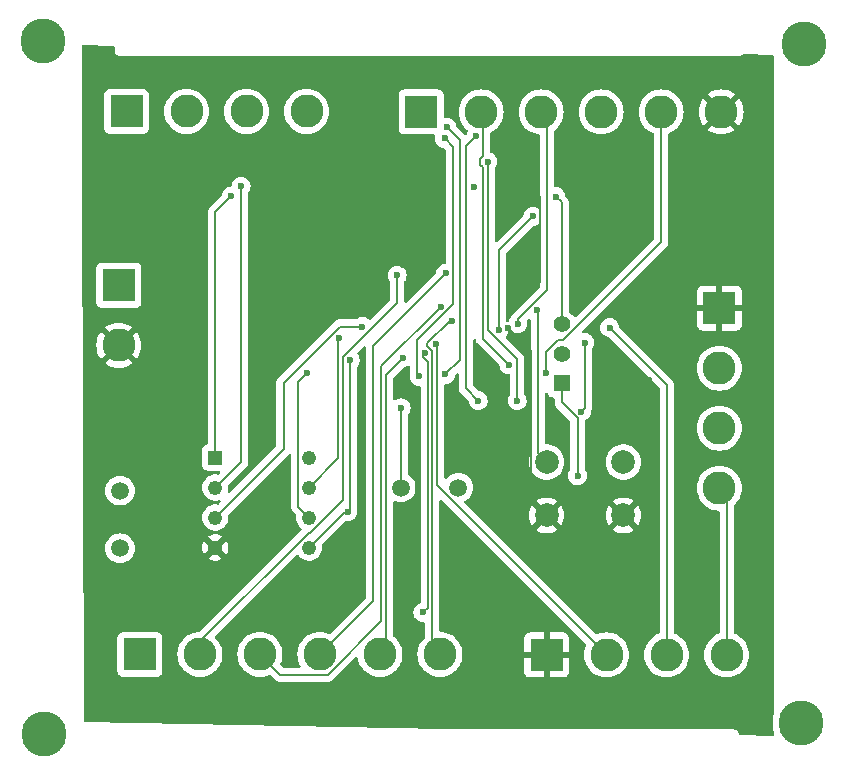
<source format=gbr>
%TF.GenerationSoftware,KiCad,Pcbnew,8.0.7*%
%TF.CreationDate,2025-04-18T15:45:10+02:00*%
%TF.ProjectId,DataLogger,44617461-4c6f-4676-9765-722e6b696361,V1.0*%
%TF.SameCoordinates,Original*%
%TF.FileFunction,Copper,L2,Bot*%
%TF.FilePolarity,Positive*%
%FSLAX46Y46*%
G04 Gerber Fmt 4.6, Leading zero omitted, Abs format (unit mm)*
G04 Created by KiCad (PCBNEW 8.0.7) date 2025-04-18 15:45:10*
%MOMM*%
%LPD*%
G01*
G04 APERTURE LIST*
%TA.AperFunction,ComponentPad*%
%ADD10C,3.800000*%
%TD*%
%TA.AperFunction,ComponentPad*%
%ADD11R,2.800000X2.800000*%
%TD*%
%TA.AperFunction,ComponentPad*%
%ADD12C,2.800000*%
%TD*%
%TA.AperFunction,ComponentPad*%
%ADD13C,1.500000*%
%TD*%
%TA.AperFunction,ComponentPad*%
%ADD14R,1.210000X1.210000*%
%TD*%
%TA.AperFunction,ComponentPad*%
%ADD15C,1.210000*%
%TD*%
%TA.AperFunction,ComponentPad*%
%ADD16C,2.000000*%
%TD*%
%TA.AperFunction,ComponentPad*%
%ADD17R,1.408000X1.408000*%
%TD*%
%TA.AperFunction,ComponentPad*%
%ADD18C,1.408000*%
%TD*%
%TA.AperFunction,ViaPad*%
%ADD19C,0.600000*%
%TD*%
%TA.AperFunction,Conductor*%
%ADD20C,0.200000*%
%TD*%
G04 APERTURE END LIST*
D10*
%TO.P,H2,1*%
%TO.N,N/C*%
X185928000Y-136398000D03*
%TD*%
%TO.P,H1,1*%
%TO.N,N/C*%
X186182000Y-78892400D03*
%TD*%
D11*
%TO.P,J4,1,Pin_1*%
%TO.N,Net-(D2-A)*%
X128168400Y-99359800D03*
D12*
%TO.P,J4,2,Pin_2*%
%TO.N,GND*%
X128168400Y-104439800D03*
%TD*%
D11*
%TO.P,J6,1,Pin_1*%
%TO.N,Net-(J6-Pin_1)*%
X128828800Y-84632800D03*
D12*
%TO.P,J6,2,Pin_2*%
%TO.N,Net-(J6-Pin_2)*%
X133908800Y-84632800D03*
%TO.P,J6,3,Pin_3*%
%TO.N,Net-(J6-Pin_3)*%
X138988800Y-84632800D03*
%TO.P,J6,4,Pin_4*%
%TO.N,Net-(J6-Pin_4)*%
X144068800Y-84632800D03*
%TD*%
D11*
%TO.P,J1,1,Pin_1*%
%TO.N,GND*%
X164388800Y-130657600D03*
D12*
%TO.P,J1,2,Pin_2*%
%TO.N,/TX*%
X169468800Y-130657600D03*
%TO.P,J1,3,Pin_3*%
%TO.N,/RX*%
X174548800Y-130657600D03*
%TO.P,J1,4,Pin_4*%
%TO.N,/VCC*%
X179628800Y-130657600D03*
%TD*%
D13*
%TO.P,Y2,1,1*%
%TO.N,/XTAL2*%
X152032800Y-116484400D03*
%TO.P,Y2,2,2*%
%TO.N,/XTAL1*%
X156912800Y-116484400D03*
%TD*%
D14*
%TO.P,U3,1,X1*%
%TO.N,Net-(U3-X1)*%
X136339600Y-113944400D03*
D15*
%TO.P,U3,2,X2*%
%TO.N,Net-(U3-X2)*%
X136339600Y-116484400D03*
%TO.P,U3,3,#INTA*%
%TO.N,/INTA*%
X136339600Y-119024400D03*
%TO.P,U3,4,GND*%
%TO.N,GND*%
X136339600Y-121564400D03*
%TO.P,U3,5,SDA*%
%TO.N,/SDA*%
X144279600Y-121564400D03*
%TO.P,U3,6,SCL*%
%TO.N,/SCL*%
X144279600Y-119024400D03*
%TO.P,U3,7,SQW/#INTB*%
%TO.N,/INTB*%
X144279600Y-116484400D03*
%TO.P,U3,8,VCC*%
%TO.N,/VCC*%
X144279600Y-113944400D03*
%TD*%
D11*
%TO.P,J5,1,Pin_1*%
%TO.N,Net-(J5-Pin_1)*%
X129955700Y-130606800D03*
D12*
%TO.P,J5,2,Pin_2*%
%TO.N,Net-(J5-Pin_2)*%
X135035700Y-130606800D03*
%TO.P,J5,3,Pin_3*%
%TO.N,Net-(J5-Pin_3)*%
X140115700Y-130606800D03*
%TO.P,J5,4,Pin_4*%
%TO.N,Net-(J5-Pin_4)*%
X145195700Y-130606800D03*
%TO.P,J5,5,Pin_5*%
%TO.N,Net-(J5-Pin_5)*%
X150275700Y-130606800D03*
%TO.P,J5,6,Pin_6*%
%TO.N,Net-(J5-Pin_6)*%
X155355700Y-130606800D03*
%TD*%
D11*
%TO.P,J3,1,Pin_1*%
%TO.N,GND*%
X179019200Y-101295200D03*
D12*
%TO.P,J3,2,Pin_2*%
%TO.N,/SCL*%
X179019200Y-106375200D03*
%TO.P,J3,3,Pin_3*%
%TO.N,/SDA*%
X179019200Y-111455200D03*
%TO.P,J3,4,Pin_4*%
%TO.N,/VCC*%
X179019200Y-116535200D03*
%TD*%
D10*
%TO.P,H3,1*%
%TO.N,N/C*%
X121716800Y-78689200D03*
%TD*%
%TO.P,H4,1*%
%TO.N,N/C*%
X121818400Y-137363200D03*
%TD*%
D11*
%TO.P,J2,1,Pin_1*%
%TO.N,VCC*%
X153771600Y-84683600D03*
D12*
%TO.P,J2,2,Pin_2*%
%TO.N,MOSI*%
X158851600Y-84683600D03*
%TO.P,J2,3,Pin_3*%
%TO.N,MISO*%
X163931600Y-84683600D03*
%TO.P,J2,4,Pin_4*%
%TO.N,Net-(D1-A)*%
X169011600Y-84683600D03*
%TO.P,J2,5,Pin_5*%
%TO.N,NSS*%
X174091600Y-84683600D03*
%TO.P,J2,6,Pin_6*%
%TO.N,GND*%
X179171600Y-84683600D03*
%TD*%
D16*
%TO.P,SW1,1,1*%
%TO.N,/RESET*%
X164390000Y-114336000D03*
X170890000Y-114336000D03*
%TO.P,SW1,2,2*%
%TO.N,GND*%
X164390000Y-118836000D03*
X170890000Y-118836000D03*
%TD*%
D17*
%TO.P,SW2,1,A*%
%TO.N,/VCC*%
X165658800Y-107656000D03*
D18*
%TO.P,SW2,2,B*%
%TO.N,+5V*%
X165658800Y-105156000D03*
%TO.P,SW2,3,C*%
%TO.N,Power supply*%
X165658800Y-102656000D03*
%TD*%
D13*
%TO.P,Y1,1,1*%
%TO.N,Net-(U3-X2)*%
X128270000Y-121626800D03*
%TO.P,Y1,2,2*%
%TO.N,Net-(U3-X1)*%
X128270000Y-116746800D03*
%TD*%
D19*
%TO.N,GND*%
X161798000Y-89865200D03*
X134767600Y-97616000D03*
X134767600Y-100524000D03*
X173039100Y-107402200D03*
X140410100Y-109248000D03*
X140492000Y-94688300D03*
X134768800Y-106340000D03*
X141142200Y-105689400D03*
X172064400Y-103205500D03*
X141556800Y-97875800D03*
X135120900Y-103432000D03*
X158215600Y-91023000D03*
X161156800Y-103002600D03*
X161696400Y-101244400D03*
X148668900Y-106591600D03*
%TO.N,/XTAL2*%
X152073300Y-109736900D03*
X167328300Y-110078900D03*
X167614700Y-104207600D03*
%TO.N,Net-(U3-X2)*%
X138515100Y-90988900D03*
%TO.N,Net-(U3-X1)*%
X137698300Y-91800000D03*
%TO.N,SCK*%
X160343000Y-103188300D03*
X163220400Y-93533800D03*
%TO.N,Power supply*%
X165182500Y-91868500D03*
%TO.N,/VCC*%
X167005300Y-115477000D03*
%TO.N,/TX*%
X155041900Y-104367500D03*
%TO.N,/RX*%
X169732500Y-102958200D03*
%TO.N,NSS*%
X164302000Y-106827000D03*
%TO.N,MISO*%
X161960700Y-102620900D03*
%TO.N,MOSI*%
X161204000Y-106083500D03*
%TO.N,/SDA*%
X147761700Y-105673100D03*
X147560900Y-118533400D03*
%TO.N,/SCL*%
X144116300Y-106768500D03*
%TO.N,Net-(J5-Pin_6)*%
X156405900Y-102390900D03*
%TO.N,Net-(J5-Pin_2)*%
X151733500Y-98526700D03*
%TO.N,Net-(J5-Pin_1)*%
X153923300Y-127063300D03*
X154058100Y-105085700D03*
%TO.N,Net-(J5-Pin_5)*%
X152247600Y-105511600D03*
%TO.N,Net-(J5-Pin_3)*%
X155437300Y-101163700D03*
%TO.N,Net-(J5-Pin_4)*%
X155829300Y-98363000D03*
%TO.N,Net-(J6-Pin_2)*%
X153621850Y-107083750D03*
X155747600Y-86930100D03*
%TO.N,Net-(J6-Pin_4)*%
X158592800Y-109120200D03*
X158399000Y-86760800D03*
%TO.N,Net-(J6-Pin_1)*%
X159391700Y-88892000D03*
X161899600Y-109120200D03*
%TO.N,Net-(J6-Pin_3)*%
X155819900Y-106914200D03*
X155958100Y-85984000D03*
%TO.N,/INTA*%
X148801000Y-102860400D03*
%TO.N,/INTB*%
X146846800Y-103788500D03*
%TO.N,/RESET*%
X163549100Y-101495500D03*
%TD*%
D20*
%TO.N,GND*%
X173126400Y-107489500D02*
X173039100Y-107402200D01*
X163090000Y-117536000D02*
X164390000Y-118836000D01*
X163820400Y-91887600D02*
X161798000Y-89865200D01*
X161156800Y-103002600D02*
X163090000Y-104935800D01*
X163820400Y-99120400D02*
X163820400Y-91887600D01*
X163090000Y-104935800D02*
X163090000Y-117536000D01*
X173126400Y-116599600D02*
X173126400Y-107489500D01*
X170890000Y-118836000D02*
X173126400Y-116599600D01*
X161696400Y-101244400D02*
X163820400Y-99120400D01*
%TO.N,/XTAL2*%
X152073300Y-116443900D02*
X152073300Y-109736900D01*
X167614700Y-104207600D02*
X167614700Y-109792500D01*
X167614700Y-109792500D02*
X167328300Y-110078900D01*
X152032800Y-116484400D02*
X152073300Y-116443900D01*
%TO.N,Net-(U3-X2)*%
X136339600Y-116484400D02*
X138515100Y-114308900D01*
X138515100Y-114308900D02*
X138515100Y-90988900D01*
%TO.N,Net-(U3-X1)*%
X136339600Y-93158700D02*
X137698300Y-91800000D01*
X136339600Y-113944400D02*
X136339600Y-93158700D01*
%TO.N,SCK*%
X163220400Y-93533800D02*
X160343000Y-96411200D01*
X160343000Y-96411200D02*
X160343000Y-103188300D01*
%TO.N,Power supply*%
X165658800Y-92344800D02*
X165658800Y-102656000D01*
X165182500Y-91868500D02*
X165658800Y-92344800D01*
%TO.N,/VCC*%
X165658800Y-108661700D02*
X165658800Y-109260200D01*
X165658800Y-107656000D02*
X165658800Y-108661700D01*
X179628800Y-130657600D02*
X179628800Y-117144800D01*
X167005300Y-110606700D02*
X167005300Y-115477000D01*
X179628800Y-117144800D02*
X179019200Y-116535200D01*
X165658800Y-109260200D02*
X167005300Y-110606700D01*
%TO.N,/TX*%
X155116300Y-104441900D02*
X155041900Y-104367500D01*
X169468800Y-130657600D02*
X155116300Y-116305100D01*
X155116300Y-116305100D02*
X155116300Y-104441900D01*
%TO.N,/RX*%
X169732500Y-102958200D02*
X174548800Y-107774500D01*
X174548800Y-107774500D02*
X174548800Y-130657600D01*
%TO.N,NSS*%
X174091600Y-84683600D02*
X174091600Y-95691400D01*
X174091600Y-95691400D02*
X165770200Y-104012800D01*
X165311300Y-104012800D02*
X164302000Y-105022100D01*
X164302000Y-105022100D02*
X164302000Y-106827000D01*
X165770200Y-104012800D02*
X165311300Y-104012800D01*
%TO.N,MISO*%
X163931600Y-84683600D02*
X164439600Y-85191600D01*
X161960700Y-102233100D02*
X161960700Y-102620900D01*
X164439600Y-99754200D02*
X161960700Y-102233100D01*
X164439600Y-85191600D02*
X164439600Y-99754200D01*
%TO.N,MOSI*%
X158790000Y-88642900D02*
X158790000Y-89141100D01*
X158790000Y-89141100D02*
X159003400Y-89354500D01*
X158851600Y-84683600D02*
X159004900Y-84836900D01*
X159004900Y-84836900D02*
X159004900Y-88428000D01*
X159003400Y-103882900D02*
X161204000Y-106083500D01*
X159004900Y-88428000D02*
X158790000Y-88642900D01*
X159003400Y-89354500D02*
X159003400Y-103882900D01*
%TO.N,/SDA*%
X147560900Y-118533400D02*
X147761700Y-118332600D01*
X144279600Y-121564400D02*
X147310600Y-118533400D01*
X147761700Y-118332600D02*
X147761700Y-105673100D01*
X147310600Y-118533400D02*
X147560900Y-118533400D01*
%TO.N,/SCL*%
X143368600Y-118113400D02*
X143368600Y-107516200D01*
X143368600Y-107516200D02*
X144116300Y-106768500D01*
X144279600Y-119024400D02*
X143368600Y-118113400D01*
%TO.N,Net-(J5-Pin_6)*%
X156167600Y-102391000D02*
X156405900Y-102391000D01*
X154293100Y-104469800D02*
X154293100Y-104265500D01*
X156405900Y-102391000D02*
X156405900Y-102390900D01*
X154714600Y-104891300D02*
X154293100Y-104469800D01*
X155355700Y-130606800D02*
X154714600Y-129965700D01*
X154293100Y-104265500D02*
X156167600Y-102391000D01*
X154714600Y-129965700D02*
X154714600Y-104891300D01*
%TO.N,Net-(J5-Pin_2)*%
X151733500Y-100850500D02*
X147160000Y-105424000D01*
X144254900Y-120294400D02*
X135035700Y-129513600D01*
X147160000Y-117505500D02*
X144371100Y-120294400D01*
X144371100Y-120294400D02*
X144254900Y-120294400D01*
X147160000Y-105424000D02*
X147160000Y-117505500D01*
X135035700Y-129513600D02*
X135035700Y-130606800D01*
X151733500Y-98526700D02*
X151733500Y-100850500D01*
%TO.N,Net-(J5-Pin_1)*%
X154312900Y-105827300D02*
X153923300Y-105437700D01*
X153923300Y-127063300D02*
X154312900Y-126673700D01*
X154312900Y-126673700D02*
X154312900Y-105827300D01*
X153923300Y-105437700D02*
X153923300Y-105220500D01*
X153923300Y-105220500D02*
X154058100Y-105085700D01*
%TO.N,Net-(J5-Pin_5)*%
X150805600Y-130076900D02*
X150275700Y-130606800D01*
X150805600Y-106953600D02*
X150805600Y-130076900D01*
X152247600Y-105511600D02*
X150805600Y-106953600D01*
%TO.N,Net-(J5-Pin_3)*%
X150403900Y-106197100D02*
X150403900Y-127810600D01*
X141839700Y-132330800D02*
X140115700Y-130606800D01*
X145883700Y-132330800D02*
X141839700Y-132330800D01*
X155437300Y-101163700D02*
X150403900Y-106197100D01*
X150403900Y-127810600D02*
X145883700Y-132330800D01*
%TO.N,Net-(J5-Pin_4)*%
X149710900Y-126091600D02*
X149710900Y-104481400D01*
X145195700Y-130606800D02*
X149710900Y-126091600D01*
X149710900Y-104481400D02*
X155829300Y-98363000D01*
%TO.N,Net-(J6-Pin_2)*%
X156482300Y-100973700D02*
X156482300Y-87664800D01*
X153621850Y-107083750D02*
X153438200Y-106900100D01*
X153438200Y-106900100D02*
X153438200Y-104017800D01*
X153438200Y-104017800D02*
X156482300Y-100973700D01*
X156482300Y-87664800D02*
X155747600Y-86930100D01*
%TO.N,Net-(J6-Pin_4)*%
X158399000Y-86760800D02*
X157572600Y-87587200D01*
X157572600Y-108100000D02*
X158592800Y-109120200D01*
X157572600Y-87587200D02*
X157572600Y-108100000D01*
%TO.N,Net-(J6-Pin_1)*%
X161899600Y-105646500D02*
X159405100Y-103152000D01*
X159405100Y-103152000D02*
X159405100Y-88905400D01*
X161899600Y-109120200D02*
X161899600Y-105646500D01*
X159405100Y-88905400D02*
X159391700Y-88892000D01*
%TO.N,Net-(J6-Pin_3)*%
X157019400Y-87045300D02*
X157019400Y-105714700D01*
X157019400Y-105714700D02*
X155819900Y-106914200D01*
X155958100Y-85984000D02*
X157019400Y-87045300D01*
%TO.N,/INTA*%
X146870600Y-102860400D02*
X142118100Y-107612900D01*
X142118100Y-107612900D02*
X142118100Y-113245900D01*
X142118100Y-113245900D02*
X136339600Y-119024400D01*
X148801000Y-102860400D02*
X146870600Y-102860400D01*
%TO.N,/INTB*%
X146758300Y-103877000D02*
X146758300Y-114005700D01*
X146758300Y-114005700D02*
X144279600Y-116484400D01*
X146846800Y-103788500D02*
X146758300Y-103877000D01*
%TO.N,/RESET*%
X163630900Y-101577300D02*
X163549100Y-101495500D01*
X164390000Y-114336000D02*
X163630900Y-113576900D01*
X163630900Y-113576900D02*
X163630900Y-101577300D01*
%TD*%
%TA.AperFunction,Conductor*%
%TO.N,GND*%
G36*
X163783199Y-94211187D02*
G01*
X163828414Y-94264455D01*
X163839100Y-94314814D01*
X163839100Y-99454102D01*
X163819415Y-99521141D01*
X163802781Y-99541783D01*
X161480181Y-101864382D01*
X161480179Y-101864385D01*
X161442281Y-101930028D01*
X161442280Y-101930029D01*
X161401122Y-102001317D01*
X161401120Y-102001320D01*
X161392487Y-102033540D01*
X161360396Y-102089125D01*
X161330884Y-102118636D01*
X161234911Y-102271377D01*
X161184542Y-102415324D01*
X161143820Y-102472100D01*
X161078867Y-102497847D01*
X161010305Y-102484391D01*
X160959903Y-102436003D01*
X160943500Y-102374369D01*
X160943500Y-96711296D01*
X160963185Y-96644257D01*
X160979814Y-96623620D01*
X163238935Y-94364498D01*
X163300256Y-94331015D01*
X163312711Y-94328963D01*
X163399655Y-94319168D01*
X163569922Y-94259589D01*
X163649127Y-94209820D01*
X163716364Y-94190820D01*
X163783199Y-94211187D01*
G37*
%TD.AperFunction*%
%TA.AperFunction,Conductor*%
G36*
X127696367Y-79081923D02*
G01*
X127763125Y-79102535D01*
X127808144Y-79155968D01*
X127818642Y-79204876D01*
X127820295Y-79402920D01*
X127820299Y-79403955D01*
X127820299Y-79441022D01*
X127820234Y-79445051D01*
X127818421Y-79500792D01*
X127819220Y-79508876D01*
X127818666Y-79508930D01*
X127818685Y-79509103D01*
X127819238Y-79509031D01*
X127820299Y-79517095D01*
X127834719Y-79570912D01*
X127835698Y-79574819D01*
X127848371Y-79629119D01*
X127851237Y-79636727D01*
X127850716Y-79636922D01*
X127850784Y-79637093D01*
X127851298Y-79636881D01*
X127854406Y-79644384D01*
X127882273Y-79692652D01*
X127884230Y-79696173D01*
X127910521Y-79745333D01*
X127915256Y-79751937D01*
X127914804Y-79752260D01*
X127914910Y-79752402D01*
X127915351Y-79752065D01*
X127920300Y-79758515D01*
X127959702Y-79797917D01*
X127962506Y-79800813D01*
X128000628Y-79841498D01*
X128006911Y-79846652D01*
X128006557Y-79847082D01*
X128006699Y-79847195D01*
X128007039Y-79846753D01*
X128013482Y-79851697D01*
X128013485Y-79851700D01*
X128013488Y-79851701D01*
X128013491Y-79851704D01*
X128061762Y-79879574D01*
X128065217Y-79881644D01*
X128112555Y-79911066D01*
X128119964Y-79914421D01*
X128119733Y-79914929D01*
X128119885Y-79914995D01*
X128120099Y-79914480D01*
X128127609Y-79917590D01*
X128127610Y-79917590D01*
X128127613Y-79917592D01*
X128181492Y-79932028D01*
X128185301Y-79933115D01*
X128238674Y-79949294D01*
X128238676Y-79949294D01*
X128246698Y-79950617D01*
X128246607Y-79951168D01*
X128246773Y-79951192D01*
X128246846Y-79950639D01*
X128254905Y-79951700D01*
X128254907Y-79951700D01*
X128310664Y-79951700D01*
X128314693Y-79951765D01*
X128331670Y-79952318D01*
X128370385Y-79953577D01*
X128370385Y-79953576D01*
X128370388Y-79953577D01*
X128370390Y-79953576D01*
X128378474Y-79952779D01*
X128378528Y-79953332D01*
X128392709Y-79951700D01*
X180658914Y-79951700D01*
X180658916Y-79951700D01*
X180786210Y-79917592D01*
X180900338Y-79851700D01*
X180900342Y-79851695D01*
X180906784Y-79846753D01*
X180908885Y-79849492D01*
X180956144Y-79823608D01*
X180984373Y-79820752D01*
X183519721Y-79855904D01*
X183586479Y-79876516D01*
X183631498Y-79929949D01*
X183642000Y-79979892D01*
X183642000Y-135645764D01*
X183635931Y-135684082D01*
X183598320Y-135799835D01*
X183541719Y-136096546D01*
X183541718Y-136096553D01*
X183522754Y-136397994D01*
X183522754Y-136398005D01*
X183541718Y-136699446D01*
X183541719Y-136699453D01*
X183541720Y-136699457D01*
X183598319Y-136996160D01*
X183635931Y-137111919D01*
X183642000Y-137150234D01*
X183642000Y-137389095D01*
X183622315Y-137456134D01*
X183569511Y-137501889D01*
X183515520Y-137513070D01*
X180798342Y-137458725D01*
X180731710Y-137437704D01*
X180687020Y-137383996D01*
X180677746Y-137349863D01*
X180676338Y-137338393D01*
X180676336Y-137338387D01*
X180665997Y-137312798D01*
X180661182Y-137298400D01*
X180657176Y-137283430D01*
X180654054Y-137271764D01*
X180642895Y-137252423D01*
X180635334Y-137236912D01*
X180626969Y-137216209D01*
X180626968Y-137216207D01*
X180626968Y-137216206D01*
X180610354Y-137194160D01*
X180601982Y-137181506D01*
X180588199Y-137157615D01*
X180572410Y-137141816D01*
X180561099Y-137128799D01*
X180550117Y-137114226D01*
X180547656Y-137110960D01*
X180525902Y-137093965D01*
X180514549Y-137083918D01*
X180495043Y-137064399D01*
X180475699Y-137053222D01*
X180461404Y-137043576D01*
X180443807Y-137029829D01*
X180443808Y-137029829D01*
X180443806Y-137029828D01*
X180443803Y-137029827D01*
X180443802Y-137029826D01*
X180418409Y-137019047D01*
X180404831Y-137012275D01*
X180380936Y-136998470D01*
X180359368Y-136992683D01*
X180343058Y-136987064D01*
X180322505Y-136978340D01*
X180322493Y-136978337D01*
X180295179Y-136974499D01*
X180280306Y-136971471D01*
X180253653Y-136964321D01*
X180253642Y-136964320D01*
X180231320Y-136964313D01*
X180214115Y-136963107D01*
X180191997Y-136960000D01*
X180191992Y-136959999D01*
X180164604Y-136963362D01*
X180149456Y-136964286D01*
X155684581Y-136956427D01*
X155682141Y-136956402D01*
X125343089Y-136349621D01*
X125276457Y-136328600D01*
X125231767Y-136274892D01*
X125221570Y-136226088D01*
X125196509Y-129158935D01*
X128055200Y-129158935D01*
X128055200Y-132054670D01*
X128055201Y-132054676D01*
X128061608Y-132114283D01*
X128111902Y-132249128D01*
X128111906Y-132249135D01*
X128198152Y-132364344D01*
X128198155Y-132364347D01*
X128313364Y-132450593D01*
X128313371Y-132450597D01*
X128448217Y-132500891D01*
X128448216Y-132500891D01*
X128455144Y-132501635D01*
X128507827Y-132507300D01*
X131403572Y-132507299D01*
X131463183Y-132500891D01*
X131598031Y-132450596D01*
X131713246Y-132364346D01*
X131799496Y-132249131D01*
X131849791Y-132114283D01*
X131856200Y-132054673D01*
X131856199Y-130606798D01*
X133130345Y-130606798D01*
X133130345Y-130606801D01*
X133149739Y-130877960D01*
X133149740Y-130877967D01*
X133191964Y-131072068D01*
X133207525Y-131143601D01*
X133273093Y-131319394D01*
X133302530Y-131398319D01*
X133432809Y-131636907D01*
X133432810Y-131636908D01*
X133432813Y-131636913D01*
X133595729Y-131854542D01*
X133595733Y-131854546D01*
X133595738Y-131854552D01*
X133787947Y-132046761D01*
X133787953Y-132046766D01*
X133787958Y-132046771D01*
X134005587Y-132209687D01*
X134005591Y-132209689D01*
X134005592Y-132209690D01*
X134244181Y-132339969D01*
X134244180Y-132339969D01*
X134244184Y-132339970D01*
X134244187Y-132339972D01*
X134498899Y-132434975D01*
X134764540Y-132492761D01*
X135016305Y-132510767D01*
X135035699Y-132512155D01*
X135035700Y-132512155D01*
X135035701Y-132512155D01*
X135053800Y-132510860D01*
X135306860Y-132492761D01*
X135572501Y-132434975D01*
X135827213Y-132339972D01*
X135827217Y-132339969D01*
X135827219Y-132339969D01*
X135993582Y-132249128D01*
X136065813Y-132209687D01*
X136283442Y-132046771D01*
X136475671Y-131854542D01*
X136638587Y-131636913D01*
X136715371Y-131496294D01*
X136768869Y-131398319D01*
X136768869Y-131398317D01*
X136768872Y-131398313D01*
X136863875Y-131143601D01*
X136921661Y-130877960D01*
X136941055Y-130606800D01*
X136921661Y-130335640D01*
X136863875Y-130069999D01*
X136768872Y-129815287D01*
X136768870Y-129815284D01*
X136768869Y-129815280D01*
X136638590Y-129576692D01*
X136638589Y-129576691D01*
X136638587Y-129576687D01*
X136475671Y-129359058D01*
X136475666Y-129359053D01*
X136475661Y-129359047D01*
X136345255Y-129228641D01*
X136311770Y-129167318D01*
X136316754Y-129097626D01*
X136345255Y-129053279D01*
X139607032Y-125791502D01*
X143197902Y-122200632D01*
X143259223Y-122167149D01*
X143328915Y-122172133D01*
X143384535Y-122213588D01*
X143415384Y-122254438D01*
X143459126Y-122312361D01*
X143610533Y-122450387D01*
X143784725Y-122558243D01*
X143975769Y-122632253D01*
X144177160Y-122669900D01*
X144177162Y-122669900D01*
X144382038Y-122669900D01*
X144382040Y-122669900D01*
X144583431Y-122632253D01*
X144774475Y-122558243D01*
X144948667Y-122450387D01*
X145100074Y-122312361D01*
X145223542Y-122148864D01*
X145314864Y-121965464D01*
X145370932Y-121768405D01*
X145389836Y-121564400D01*
X145373072Y-121383492D01*
X145386487Y-121314924D01*
X145408859Y-121284374D01*
X147332969Y-119360264D01*
X147394290Y-119326781D01*
X147434532Y-119324727D01*
X147560897Y-119338965D01*
X147560900Y-119338965D01*
X147560904Y-119338965D01*
X147740149Y-119318769D01*
X147740152Y-119318768D01*
X147740155Y-119318768D01*
X147910422Y-119259189D01*
X148063162Y-119163216D01*
X148190716Y-119035662D01*
X148286689Y-118882922D01*
X148346268Y-118712655D01*
X148365504Y-118541934D01*
X148366465Y-118533402D01*
X148366465Y-118533399D01*
X148360686Y-118482116D01*
X148358172Y-118459806D01*
X148361178Y-118419724D01*
X148361139Y-118419719D01*
X148361230Y-118419022D01*
X148361621Y-118413818D01*
X148362200Y-118411658D01*
X148362200Y-106255512D01*
X148381885Y-106188473D01*
X148389255Y-106178197D01*
X148391510Y-106175367D01*
X148391516Y-106175362D01*
X148487489Y-106022622D01*
X148547068Y-105852355D01*
X148548640Y-105838406D01*
X148567265Y-105673103D01*
X148567265Y-105673096D01*
X148547069Y-105493850D01*
X148547068Y-105493845D01*
X148487488Y-105323575D01*
X148419400Y-105215215D01*
X148394301Y-105175270D01*
X148375301Y-105108036D01*
X148395668Y-105041201D01*
X148411609Y-105021624D01*
X148898720Y-104534514D01*
X148960042Y-104501030D01*
X149029734Y-104506014D01*
X149085667Y-104547886D01*
X149110084Y-104613350D01*
X149110400Y-104622196D01*
X149110400Y-125791502D01*
X149090715Y-125858541D01*
X149074081Y-125879183D01*
X146110877Y-128842386D01*
X146049554Y-128875871D01*
X145979864Y-128870887D01*
X145732501Y-128778625D01*
X145732494Y-128778623D01*
X145732493Y-128778623D01*
X145466867Y-128720840D01*
X145466860Y-128720839D01*
X145195701Y-128701445D01*
X145195699Y-128701445D01*
X144924539Y-128720839D01*
X144924532Y-128720840D01*
X144658906Y-128778623D01*
X144658902Y-128778624D01*
X144658899Y-128778625D01*
X144563388Y-128814249D01*
X144404180Y-128873630D01*
X144165592Y-129003909D01*
X144165591Y-129003910D01*
X143947959Y-129166828D01*
X143947947Y-129166838D01*
X143755738Y-129359047D01*
X143755728Y-129359059D01*
X143592810Y-129576691D01*
X143592809Y-129576692D01*
X143462530Y-129815280D01*
X143440840Y-129873435D01*
X143367525Y-130069999D01*
X143367524Y-130070002D01*
X143367523Y-130070006D01*
X143309740Y-130335632D01*
X143309739Y-130335639D01*
X143290345Y-130606798D01*
X143290345Y-130606801D01*
X143309739Y-130877960D01*
X143309740Y-130877967D01*
X143351964Y-131072068D01*
X143367525Y-131143601D01*
X143433093Y-131319394D01*
X143462530Y-131398319D01*
X143543647Y-131546873D01*
X143558499Y-131615146D01*
X143534082Y-131680611D01*
X143478148Y-131722482D01*
X143434815Y-131730300D01*
X142139797Y-131730300D01*
X142072758Y-131710615D01*
X142052116Y-131693981D01*
X141880113Y-131521978D01*
X141846628Y-131460655D01*
X141851611Y-131390967D01*
X141943875Y-131143601D01*
X142001661Y-130877960D01*
X142021055Y-130606800D01*
X142001661Y-130335640D01*
X141943875Y-130069999D01*
X141848872Y-129815287D01*
X141848870Y-129815284D01*
X141848869Y-129815280D01*
X141718590Y-129576692D01*
X141718589Y-129576691D01*
X141718587Y-129576687D01*
X141555671Y-129359058D01*
X141555666Y-129359053D01*
X141555661Y-129359047D01*
X141363452Y-129166838D01*
X141363446Y-129166833D01*
X141363442Y-129166829D01*
X141145813Y-129003913D01*
X141145808Y-129003910D01*
X141145807Y-129003909D01*
X140907218Y-128873630D01*
X140907219Y-128873630D01*
X140852398Y-128853183D01*
X140652501Y-128778625D01*
X140652494Y-128778623D01*
X140652493Y-128778623D01*
X140386867Y-128720840D01*
X140386860Y-128720839D01*
X140115701Y-128701445D01*
X140115699Y-128701445D01*
X139844539Y-128720839D01*
X139844532Y-128720840D01*
X139578906Y-128778623D01*
X139578902Y-128778624D01*
X139578899Y-128778625D01*
X139483388Y-128814249D01*
X139324180Y-128873630D01*
X139085592Y-129003909D01*
X139085591Y-129003910D01*
X138867959Y-129166828D01*
X138867947Y-129166838D01*
X138675738Y-129359047D01*
X138675728Y-129359059D01*
X138512810Y-129576691D01*
X138512809Y-129576692D01*
X138382530Y-129815280D01*
X138360840Y-129873435D01*
X138287525Y-130069999D01*
X138287524Y-130070002D01*
X138287523Y-130070006D01*
X138229740Y-130335632D01*
X138229739Y-130335639D01*
X138210345Y-130606798D01*
X138210345Y-130606801D01*
X138229739Y-130877960D01*
X138229740Y-130877967D01*
X138271964Y-131072068D01*
X138287525Y-131143601D01*
X138353093Y-131319394D01*
X138382530Y-131398319D01*
X138512809Y-131636907D01*
X138512810Y-131636908D01*
X138512813Y-131636913D01*
X138675729Y-131854542D01*
X138675733Y-131854546D01*
X138675738Y-131854552D01*
X138867947Y-132046761D01*
X138867953Y-132046766D01*
X138867958Y-132046771D01*
X139085587Y-132209687D01*
X139085591Y-132209689D01*
X139085592Y-132209690D01*
X139324181Y-132339969D01*
X139324180Y-132339969D01*
X139324184Y-132339970D01*
X139324187Y-132339972D01*
X139578899Y-132434975D01*
X139844540Y-132492761D01*
X140096305Y-132510767D01*
X140115699Y-132512155D01*
X140115700Y-132512155D01*
X140115701Y-132512155D01*
X140133800Y-132510860D01*
X140386860Y-132492761D01*
X140652501Y-132434975D01*
X140899867Y-132342711D01*
X140969555Y-132337728D01*
X141030875Y-132371210D01*
X141030878Y-132371213D01*
X141354839Y-132695174D01*
X141354849Y-132695185D01*
X141359179Y-132699515D01*
X141359180Y-132699516D01*
X141470984Y-132811320D01*
X141557795Y-132861439D01*
X141557797Y-132861441D01*
X141595851Y-132883411D01*
X141607915Y-132890377D01*
X141760643Y-132931300D01*
X145797031Y-132931300D01*
X145797047Y-132931301D01*
X145804643Y-132931301D01*
X145962754Y-132931301D01*
X145962757Y-132931301D01*
X146115485Y-132890377D01*
X146165604Y-132861439D01*
X146252416Y-132811320D01*
X146364220Y-132699516D01*
X146364220Y-132699514D01*
X146374428Y-132689307D01*
X146374430Y-132689304D01*
X148192722Y-130871011D01*
X148254043Y-130837528D01*
X148323735Y-130842512D01*
X148379668Y-130884384D01*
X148401567Y-130932336D01*
X148431964Y-131072068D01*
X148447525Y-131143601D01*
X148513093Y-131319394D01*
X148542530Y-131398319D01*
X148672809Y-131636907D01*
X148672810Y-131636908D01*
X148672813Y-131636913D01*
X148835729Y-131854542D01*
X148835733Y-131854546D01*
X148835738Y-131854552D01*
X149027947Y-132046761D01*
X149027953Y-132046766D01*
X149027958Y-132046771D01*
X149245587Y-132209687D01*
X149245591Y-132209689D01*
X149245592Y-132209690D01*
X149484181Y-132339969D01*
X149484180Y-132339969D01*
X149484184Y-132339970D01*
X149484187Y-132339972D01*
X149738899Y-132434975D01*
X150004540Y-132492761D01*
X150256305Y-132510767D01*
X150275699Y-132512155D01*
X150275700Y-132512155D01*
X150275701Y-132512155D01*
X150293800Y-132510860D01*
X150546860Y-132492761D01*
X150812501Y-132434975D01*
X151067213Y-132339972D01*
X151067217Y-132339969D01*
X151067219Y-132339969D01*
X151233582Y-132249128D01*
X151305813Y-132209687D01*
X151523442Y-132046771D01*
X151715671Y-131854542D01*
X151878587Y-131636913D01*
X151955371Y-131496294D01*
X152008869Y-131398319D01*
X152008869Y-131398317D01*
X152008872Y-131398313D01*
X152103875Y-131143601D01*
X152161661Y-130877960D01*
X152181055Y-130606800D01*
X152161661Y-130335640D01*
X152103875Y-130069999D01*
X152008872Y-129815287D01*
X152008870Y-129815284D01*
X152008869Y-129815280D01*
X151878590Y-129576692D01*
X151878589Y-129576691D01*
X151878587Y-129576687D01*
X151715671Y-129359058D01*
X151715666Y-129359053D01*
X151715661Y-129359047D01*
X151523452Y-129166838D01*
X151523440Y-129166827D01*
X151455789Y-129116184D01*
X151413918Y-129060250D01*
X151406100Y-129016917D01*
X151406100Y-117766580D01*
X151425785Y-117699541D01*
X151478589Y-117653786D01*
X151547747Y-117643842D01*
X151582502Y-117654197D01*
X151603470Y-117663975D01*
X151814823Y-117720607D01*
X151997726Y-117736608D01*
X152032798Y-117739677D01*
X152032800Y-117739677D01*
X152032802Y-117739677D01*
X152063845Y-117736961D01*
X152250777Y-117720607D01*
X152462130Y-117663975D01*
X152660439Y-117571502D01*
X152839677Y-117445998D01*
X152994398Y-117291277D01*
X153119902Y-117112039D01*
X153212375Y-116913730D01*
X153269007Y-116702377D01*
X153288077Y-116484400D01*
X153269007Y-116266423D01*
X153212375Y-116055070D01*
X153119902Y-115856762D01*
X153119900Y-115856759D01*
X153119899Y-115856757D01*
X152994399Y-115677524D01*
X152935880Y-115619005D01*
X152839677Y-115522802D01*
X152839672Y-115522799D01*
X152839669Y-115522796D01*
X152726676Y-115443676D01*
X152683051Y-115389099D01*
X152673800Y-115342102D01*
X152673800Y-110319312D01*
X152693485Y-110252273D01*
X152700855Y-110241997D01*
X152703110Y-110239167D01*
X152703116Y-110239162D01*
X152799089Y-110086422D01*
X152858668Y-109916155D01*
X152863693Y-109871555D01*
X152878865Y-109736903D01*
X152878865Y-109736896D01*
X152858669Y-109557650D01*
X152858668Y-109557645D01*
X152843271Y-109513643D01*
X152799089Y-109387378D01*
X152703116Y-109234638D01*
X152575562Y-109107084D01*
X152520013Y-109072180D01*
X152422823Y-109011111D01*
X152252554Y-108951531D01*
X152252549Y-108951530D01*
X152073304Y-108931335D01*
X152073296Y-108931335D01*
X151894050Y-108951530D01*
X151894045Y-108951531D01*
X151723776Y-109011111D01*
X151596072Y-109091354D01*
X151528835Y-109110354D01*
X151462000Y-109089986D01*
X151416786Y-109036718D01*
X151406100Y-108986360D01*
X151406100Y-107253696D01*
X151425785Y-107186657D01*
X151442415Y-107166019D01*
X152266135Y-106342298D01*
X152327456Y-106308815D01*
X152339911Y-106306763D01*
X152426855Y-106296968D01*
X152597122Y-106237389D01*
X152647727Y-106205592D01*
X152714964Y-106186591D01*
X152781799Y-106206958D01*
X152827014Y-106260226D01*
X152837700Y-106310585D01*
X152837700Y-106813430D01*
X152837699Y-106813448D01*
X152837699Y-106886727D01*
X152836919Y-106900610D01*
X152816285Y-107083746D01*
X152816285Y-107083753D01*
X152836480Y-107262999D01*
X152836481Y-107263004D01*
X152896061Y-107433273D01*
X152981042Y-107568519D01*
X152992034Y-107586012D01*
X153119588Y-107713566D01*
X153272328Y-107809539D01*
X153320114Y-107826260D01*
X153442595Y-107869118D01*
X153442599Y-107869119D01*
X153531295Y-107879112D01*
X153602284Y-107887110D01*
X153666697Y-107914176D01*
X153706252Y-107971771D01*
X153712400Y-108010330D01*
X153712400Y-126201021D01*
X153692715Y-126268060D01*
X153639911Y-126313815D01*
X153629356Y-126318062D01*
X153573779Y-126337509D01*
X153421037Y-126433484D01*
X153293484Y-126561037D01*
X153197511Y-126713776D01*
X153137931Y-126884045D01*
X153137930Y-126884050D01*
X153117735Y-127063296D01*
X153117735Y-127063303D01*
X153137930Y-127242549D01*
X153137931Y-127242554D01*
X153197511Y-127412823D01*
X153258887Y-127510502D01*
X153293484Y-127565562D01*
X153421038Y-127693116D01*
X153573778Y-127789089D01*
X153732499Y-127844628D01*
X153744045Y-127848668D01*
X153744050Y-127848669D01*
X153923296Y-127868865D01*
X153923300Y-127868865D01*
X153923303Y-127868865D01*
X153976216Y-127862903D01*
X154045038Y-127874957D01*
X154096418Y-127922306D01*
X154114100Y-127986123D01*
X154114100Y-129109324D01*
X154094415Y-129176363D01*
X154077781Y-129197005D01*
X153915738Y-129359047D01*
X153915728Y-129359059D01*
X153752810Y-129576691D01*
X153752809Y-129576692D01*
X153622530Y-129815280D01*
X153600840Y-129873435D01*
X153527525Y-130069999D01*
X153527524Y-130070002D01*
X153527523Y-130070006D01*
X153469740Y-130335632D01*
X153469739Y-130335639D01*
X153450345Y-130606798D01*
X153450345Y-130606801D01*
X153469739Y-130877960D01*
X153469740Y-130877967D01*
X153511964Y-131072068D01*
X153527525Y-131143601D01*
X153593093Y-131319394D01*
X153622530Y-131398319D01*
X153752809Y-131636907D01*
X153752810Y-131636908D01*
X153752813Y-131636913D01*
X153915729Y-131854542D01*
X153915733Y-131854546D01*
X153915738Y-131854552D01*
X154107947Y-132046761D01*
X154107953Y-132046766D01*
X154107958Y-132046771D01*
X154325587Y-132209687D01*
X154325591Y-132209689D01*
X154325592Y-132209690D01*
X154564181Y-132339969D01*
X154564180Y-132339969D01*
X154564184Y-132339970D01*
X154564187Y-132339972D01*
X154818899Y-132434975D01*
X155084540Y-132492761D01*
X155336305Y-132510767D01*
X155355699Y-132512155D01*
X155355700Y-132512155D01*
X155355701Y-132512155D01*
X155373800Y-132510860D01*
X155626860Y-132492761D01*
X155892501Y-132434975D01*
X156147213Y-132339972D01*
X156147217Y-132339969D01*
X156147219Y-132339969D01*
X156313582Y-132249128D01*
X156385813Y-132209687D01*
X156603442Y-132046771D01*
X156795671Y-131854542D01*
X156958587Y-131636913D01*
X157035371Y-131496294D01*
X157088869Y-131398319D01*
X157088869Y-131398317D01*
X157088872Y-131398313D01*
X157183875Y-131143601D01*
X157241661Y-130877960D01*
X157261055Y-130606800D01*
X157241661Y-130335640D01*
X157183875Y-130069999D01*
X157088872Y-129815287D01*
X157088870Y-129815284D01*
X157088869Y-129815280D01*
X156958590Y-129576692D01*
X156958589Y-129576691D01*
X156958587Y-129576687D01*
X156795671Y-129359058D01*
X156795666Y-129359053D01*
X156795661Y-129359047D01*
X156646369Y-129209755D01*
X162488800Y-129209755D01*
X162488800Y-130407600D01*
X163546386Y-130407600D01*
X163513800Y-130571420D01*
X163513800Y-130743780D01*
X163546386Y-130907600D01*
X162488800Y-130907600D01*
X162488800Y-132105444D01*
X162495201Y-132164972D01*
X162495203Y-132164979D01*
X162545445Y-132299686D01*
X162545449Y-132299693D01*
X162631609Y-132414787D01*
X162631612Y-132414790D01*
X162746706Y-132500950D01*
X162746713Y-132500954D01*
X162881420Y-132551196D01*
X162881427Y-132551198D01*
X162940955Y-132557599D01*
X162940972Y-132557600D01*
X164138800Y-132557600D01*
X164138800Y-131500013D01*
X164302620Y-131532600D01*
X164474980Y-131532600D01*
X164638800Y-131500013D01*
X164638800Y-132557600D01*
X165836628Y-132557600D01*
X165836644Y-132557599D01*
X165896172Y-132551198D01*
X165896179Y-132551196D01*
X166030886Y-132500954D01*
X166030893Y-132500950D01*
X166145987Y-132414790D01*
X166145990Y-132414787D01*
X166232150Y-132299693D01*
X166232154Y-132299686D01*
X166282396Y-132164979D01*
X166282398Y-132164972D01*
X166288799Y-132105444D01*
X166288800Y-132105427D01*
X166288800Y-130907600D01*
X165231214Y-130907600D01*
X165263800Y-130743780D01*
X165263800Y-130571420D01*
X165231214Y-130407600D01*
X166288800Y-130407600D01*
X166288800Y-129209772D01*
X166288799Y-129209755D01*
X166282398Y-129150227D01*
X166282396Y-129150220D01*
X166232154Y-129015513D01*
X166232150Y-129015506D01*
X166145990Y-128900412D01*
X166145987Y-128900409D01*
X166030893Y-128814249D01*
X166030886Y-128814245D01*
X165896179Y-128764003D01*
X165896172Y-128764001D01*
X165836644Y-128757600D01*
X164638800Y-128757600D01*
X164638800Y-129815186D01*
X164474980Y-129782600D01*
X164302620Y-129782600D01*
X164138800Y-129815186D01*
X164138800Y-128757600D01*
X162940955Y-128757600D01*
X162881427Y-128764001D01*
X162881420Y-128764003D01*
X162746713Y-128814245D01*
X162746706Y-128814249D01*
X162631612Y-128900409D01*
X162631609Y-128900412D01*
X162545449Y-129015506D01*
X162545445Y-129015513D01*
X162495203Y-129150220D01*
X162495201Y-129150227D01*
X162488800Y-129209755D01*
X156646369Y-129209755D01*
X156603452Y-129166838D01*
X156603446Y-129166833D01*
X156603442Y-129166829D01*
X156385813Y-129003913D01*
X156385808Y-129003910D01*
X156385807Y-129003909D01*
X156147218Y-128873630D01*
X156147219Y-128873630D01*
X156092398Y-128853183D01*
X155892501Y-128778625D01*
X155892494Y-128778623D01*
X155892493Y-128778623D01*
X155626867Y-128720840D01*
X155626860Y-128720839D01*
X155430254Y-128706777D01*
X155364789Y-128682360D01*
X155322918Y-128626426D01*
X155315100Y-128583093D01*
X155315100Y-117652497D01*
X155334785Y-117585458D01*
X155387589Y-117539703D01*
X155456747Y-117529759D01*
X155520303Y-117558784D01*
X155526781Y-117564816D01*
X167704386Y-129742421D01*
X167737871Y-129803744D01*
X167732887Y-129873435D01*
X167640623Y-130120803D01*
X167582840Y-130386432D01*
X167582839Y-130386439D01*
X167563445Y-130657598D01*
X167563445Y-130657601D01*
X167582839Y-130928760D01*
X167582840Y-130928767D01*
X167629574Y-131143601D01*
X167640625Y-131194401D01*
X167693908Y-131337257D01*
X167735630Y-131449119D01*
X167865909Y-131687707D01*
X167865910Y-131687708D01*
X167865913Y-131687713D01*
X168028829Y-131905342D01*
X168028833Y-131905346D01*
X168028838Y-131905352D01*
X168221047Y-132097561D01*
X168221053Y-132097566D01*
X168221058Y-132097571D01*
X168438687Y-132260487D01*
X168438691Y-132260489D01*
X168438692Y-132260490D01*
X168677281Y-132390769D01*
X168677280Y-132390769D01*
X168677284Y-132390770D01*
X168677287Y-132390772D01*
X168931999Y-132485775D01*
X169197640Y-132543561D01*
X169449405Y-132561567D01*
X169468799Y-132562955D01*
X169468800Y-132562955D01*
X169468801Y-132562955D01*
X169486900Y-132561660D01*
X169739960Y-132543561D01*
X170005601Y-132485775D01*
X170260313Y-132390772D01*
X170260317Y-132390769D01*
X170260319Y-132390769D01*
X170427125Y-132299686D01*
X170498913Y-132260487D01*
X170716542Y-132097571D01*
X170908771Y-131905342D01*
X171071687Y-131687713D01*
X171176209Y-131496294D01*
X171201969Y-131449119D01*
X171201969Y-131449117D01*
X171201972Y-131449113D01*
X171296975Y-131194401D01*
X171354761Y-130928760D01*
X171374155Y-130657600D01*
X171354761Y-130386440D01*
X171296975Y-130120799D01*
X171201972Y-129866087D01*
X171201970Y-129866084D01*
X171201969Y-129866080D01*
X171071690Y-129627492D01*
X171071689Y-129627491D01*
X171071687Y-129627487D01*
X170908771Y-129409858D01*
X170908766Y-129409853D01*
X170908761Y-129409847D01*
X170716552Y-129217638D01*
X170716546Y-129217633D01*
X170716542Y-129217629D01*
X170498913Y-129054713D01*
X170498908Y-129054710D01*
X170498907Y-129054709D01*
X170260318Y-128924430D01*
X170260319Y-128924430D01*
X170176550Y-128893186D01*
X170005601Y-128829425D01*
X170005594Y-128829423D01*
X170005593Y-128829423D01*
X169739967Y-128771640D01*
X169739960Y-128771639D01*
X169468801Y-128752245D01*
X169468799Y-128752245D01*
X169197639Y-128771639D01*
X169197632Y-128771640D01*
X168932003Y-128829423D01*
X168684635Y-128921687D01*
X168614944Y-128926671D01*
X168553621Y-128893186D01*
X158496429Y-118835994D01*
X162884859Y-118835994D01*
X162884859Y-118836005D01*
X162905385Y-119083729D01*
X162905387Y-119083738D01*
X162966412Y-119324717D01*
X163066267Y-119552367D01*
X163166562Y-119705881D01*
X163866212Y-119006233D01*
X163877482Y-119048292D01*
X163949890Y-119173708D01*
X164052292Y-119276110D01*
X164177708Y-119348518D01*
X164219766Y-119359787D01*
X163519943Y-120059609D01*
X163566768Y-120096055D01*
X163566771Y-120096057D01*
X163785385Y-120214364D01*
X163785396Y-120214369D01*
X164020506Y-120295083D01*
X164265707Y-120336000D01*
X164514293Y-120336000D01*
X164759493Y-120295083D01*
X164994603Y-120214369D01*
X164994614Y-120214364D01*
X165213230Y-120096056D01*
X165213236Y-120096051D01*
X165260055Y-120059610D01*
X165260056Y-120059609D01*
X164560233Y-119359787D01*
X164602292Y-119348518D01*
X164727708Y-119276110D01*
X164830110Y-119173708D01*
X164902518Y-119048292D01*
X164913787Y-119006234D01*
X165613435Y-119705882D01*
X165713733Y-119552364D01*
X165813587Y-119324717D01*
X165874612Y-119083738D01*
X165874614Y-119083729D01*
X165895141Y-118836005D01*
X165895141Y-118835994D01*
X169384859Y-118835994D01*
X169384859Y-118836005D01*
X169405385Y-119083729D01*
X169405387Y-119083738D01*
X169466412Y-119324717D01*
X169566267Y-119552367D01*
X169666562Y-119705881D01*
X170366212Y-119006233D01*
X170377482Y-119048292D01*
X170449890Y-119173708D01*
X170552292Y-119276110D01*
X170677708Y-119348518D01*
X170719766Y-119359787D01*
X170019943Y-120059609D01*
X170066768Y-120096055D01*
X170066771Y-120096057D01*
X170285385Y-120214364D01*
X170285396Y-120214369D01*
X170520506Y-120295083D01*
X170765707Y-120336000D01*
X171014293Y-120336000D01*
X171259493Y-120295083D01*
X171494603Y-120214369D01*
X171494614Y-120214364D01*
X171713230Y-120096056D01*
X171713236Y-120096051D01*
X171760055Y-120059610D01*
X171760056Y-120059609D01*
X171060233Y-119359787D01*
X171102292Y-119348518D01*
X171227708Y-119276110D01*
X171330110Y-119173708D01*
X171402518Y-119048292D01*
X171413787Y-119006234D01*
X172113435Y-119705882D01*
X172213733Y-119552364D01*
X172313587Y-119324717D01*
X172374612Y-119083738D01*
X172374614Y-119083729D01*
X172395141Y-118836005D01*
X172395141Y-118835994D01*
X172374614Y-118588270D01*
X172374612Y-118588261D01*
X172313587Y-118347282D01*
X172213732Y-118119632D01*
X172113435Y-117966116D01*
X171413787Y-118665765D01*
X171402518Y-118623708D01*
X171330110Y-118498292D01*
X171227708Y-118395890D01*
X171102292Y-118323482D01*
X171060233Y-118312212D01*
X171760055Y-117612389D01*
X171760055Y-117612388D01*
X171713236Y-117575947D01*
X171713231Y-117575944D01*
X171494614Y-117457635D01*
X171494603Y-117457630D01*
X171259493Y-117376916D01*
X171014293Y-117336000D01*
X170765707Y-117336000D01*
X170520506Y-117376916D01*
X170285396Y-117457630D01*
X170285385Y-117457635D01*
X170066770Y-117575943D01*
X170019943Y-117612389D01*
X170719766Y-118312212D01*
X170677708Y-118323482D01*
X170552292Y-118395890D01*
X170449890Y-118498292D01*
X170377482Y-118623708D01*
X170366212Y-118665765D01*
X169666563Y-117966117D01*
X169566267Y-118119633D01*
X169566265Y-118119637D01*
X169466412Y-118347282D01*
X169405387Y-118588261D01*
X169405385Y-118588270D01*
X169384859Y-118835994D01*
X165895141Y-118835994D01*
X165874614Y-118588270D01*
X165874612Y-118588261D01*
X165813587Y-118347282D01*
X165713732Y-118119632D01*
X165613435Y-117966116D01*
X164913787Y-118665765D01*
X164902518Y-118623708D01*
X164830110Y-118498292D01*
X164727708Y-118395890D01*
X164602292Y-118323482D01*
X164560233Y-118312212D01*
X165260055Y-117612389D01*
X165260055Y-117612388D01*
X165213236Y-117575947D01*
X165213231Y-117575944D01*
X164994614Y-117457635D01*
X164994603Y-117457630D01*
X164759493Y-117376916D01*
X164514293Y-117336000D01*
X164265707Y-117336000D01*
X164020506Y-117376916D01*
X163785396Y-117457630D01*
X163785385Y-117457635D01*
X163566770Y-117575943D01*
X163519943Y-117612389D01*
X164219766Y-118312212D01*
X164177708Y-118323482D01*
X164052292Y-118395890D01*
X163949890Y-118498292D01*
X163877482Y-118623708D01*
X163866212Y-118665766D01*
X163166563Y-117966117D01*
X163066267Y-118119633D01*
X163066265Y-118119637D01*
X162966412Y-118347282D01*
X162905387Y-118588261D01*
X162905385Y-118588270D01*
X162884859Y-118835994D01*
X158496429Y-118835994D01*
X157455266Y-117794831D01*
X157421781Y-117733508D01*
X157426765Y-117663816D01*
X157468637Y-117607883D01*
X157490533Y-117594773D01*
X157540439Y-117571502D01*
X157719677Y-117445998D01*
X157874398Y-117291277D01*
X157999902Y-117112039D01*
X158092375Y-116913730D01*
X158149007Y-116702377D01*
X158168077Y-116484400D01*
X158149007Y-116266423D01*
X158092375Y-116055070D01*
X157999902Y-115856762D01*
X157999900Y-115856759D01*
X157999899Y-115856757D01*
X157874399Y-115677524D01*
X157815880Y-115619005D01*
X157719677Y-115522802D01*
X157567931Y-115416548D01*
X157540438Y-115397297D01*
X157422071Y-115342102D01*
X157342130Y-115304825D01*
X157342126Y-115304824D01*
X157342122Y-115304822D01*
X157130777Y-115248193D01*
X156912802Y-115229123D01*
X156912798Y-115229123D01*
X156767482Y-115241836D01*
X156694823Y-115248193D01*
X156694820Y-115248193D01*
X156483477Y-115304822D01*
X156483468Y-115304826D01*
X156285161Y-115397298D01*
X156285157Y-115397300D01*
X156105921Y-115522802D01*
X155951203Y-115677520D01*
X155942374Y-115690130D01*
X155887796Y-115733754D01*
X155818297Y-115740946D01*
X155755943Y-115709422D01*
X155720531Y-115649192D01*
X155716800Y-115619005D01*
X155716800Y-107842194D01*
X155736485Y-107775155D01*
X155789289Y-107729400D01*
X155826914Y-107718974D01*
X155923005Y-107708148D01*
X155999150Y-107699569D01*
X155999153Y-107699568D01*
X155999155Y-107699568D01*
X156169422Y-107639989D01*
X156322162Y-107544016D01*
X156449716Y-107416462D01*
X156545689Y-107263722D01*
X156605268Y-107093455D01*
X156615061Y-107006529D01*
X156642126Y-106942118D01*
X156650580Y-106932753D01*
X156760422Y-106822912D01*
X156821742Y-106789430D01*
X156891434Y-106794414D01*
X156947367Y-106836286D01*
X156971784Y-106901751D01*
X156972100Y-106910596D01*
X156972100Y-108013330D01*
X156972099Y-108013348D01*
X156972099Y-108179054D01*
X156972098Y-108179054D01*
X157013024Y-108331789D01*
X157013025Y-108331790D01*
X157037973Y-108375000D01*
X157037974Y-108375001D01*
X157056952Y-108407872D01*
X157092079Y-108468714D01*
X157092081Y-108468717D01*
X157210949Y-108587585D01*
X157210955Y-108587590D01*
X157762098Y-109138733D01*
X157795583Y-109200056D01*
X157797637Y-109212530D01*
X157807430Y-109299449D01*
X157867010Y-109469721D01*
X157922257Y-109557645D01*
X157962984Y-109622462D01*
X158090538Y-109750016D01*
X158243278Y-109845989D01*
X158413545Y-109905568D01*
X158413550Y-109905569D01*
X158592796Y-109925765D01*
X158592800Y-109925765D01*
X158592804Y-109925765D01*
X158772049Y-109905569D01*
X158772052Y-109905568D01*
X158772055Y-109905568D01*
X158942322Y-109845989D01*
X159095062Y-109750016D01*
X159222616Y-109622462D01*
X159318589Y-109469722D01*
X159378168Y-109299455D01*
X159387962Y-109212530D01*
X159398365Y-109120203D01*
X159398365Y-109120196D01*
X159378169Y-108940950D01*
X159378168Y-108940945D01*
X159318588Y-108770676D01*
X159256087Y-108671207D01*
X159222616Y-108617938D01*
X159095062Y-108490384D01*
X159060578Y-108468716D01*
X158942321Y-108394410D01*
X158772049Y-108334830D01*
X158685130Y-108325037D01*
X158620716Y-108297970D01*
X158611333Y-108289498D01*
X158209419Y-107887583D01*
X158175934Y-107826260D01*
X158173100Y-107799902D01*
X158173100Y-104046206D01*
X158192785Y-103979167D01*
X158245589Y-103933412D01*
X158314747Y-103923468D01*
X158378303Y-103952493D01*
X158416077Y-104011271D01*
X158416855Y-104014043D01*
X158443823Y-104114685D01*
X158451824Y-104128543D01*
X158522877Y-104251612D01*
X158522881Y-104251617D01*
X158641749Y-104370485D01*
X158641755Y-104370490D01*
X160373298Y-106102033D01*
X160406783Y-106163356D01*
X160408837Y-106175830D01*
X160418630Y-106262749D01*
X160478210Y-106433021D01*
X160525450Y-106508202D01*
X160574184Y-106585762D01*
X160701738Y-106713316D01*
X160789556Y-106768496D01*
X160830804Y-106794414D01*
X160854478Y-106809289D01*
X160931631Y-106836286D01*
X161024745Y-106868868D01*
X161024750Y-106868869D01*
X161188983Y-106887373D01*
X161253397Y-106914439D01*
X161292952Y-106972034D01*
X161299100Y-107010593D01*
X161299100Y-108537787D01*
X161279415Y-108604826D01*
X161272050Y-108615096D01*
X161269786Y-108617934D01*
X161173811Y-108770676D01*
X161114231Y-108940945D01*
X161114230Y-108940950D01*
X161094035Y-109120196D01*
X161094035Y-109120203D01*
X161114230Y-109299449D01*
X161114231Y-109299454D01*
X161173811Y-109469723D01*
X161229060Y-109557650D01*
X161269784Y-109622462D01*
X161397338Y-109750016D01*
X161550078Y-109845989D01*
X161720345Y-109905568D01*
X161720350Y-109905569D01*
X161899596Y-109925765D01*
X161899600Y-109925765D01*
X161899604Y-109925765D01*
X162078849Y-109905569D01*
X162078852Y-109905568D01*
X162078855Y-109905568D01*
X162249122Y-109845989D01*
X162401862Y-109750016D01*
X162529416Y-109622462D01*
X162625389Y-109469722D01*
X162684968Y-109299455D01*
X162694762Y-109212530D01*
X162705165Y-109120203D01*
X162705165Y-109120196D01*
X162684969Y-108940950D01*
X162684968Y-108940945D01*
X162625388Y-108770676D01*
X162562887Y-108671207D01*
X162529416Y-108617938D01*
X162529414Y-108617936D01*
X162529413Y-108617934D01*
X162527150Y-108615096D01*
X162526259Y-108612915D01*
X162525711Y-108612042D01*
X162525864Y-108611945D01*
X162500744Y-108550409D01*
X162500100Y-108537787D01*
X162500100Y-105735560D01*
X162500101Y-105735547D01*
X162500101Y-105567444D01*
X162473895Y-105469643D01*
X162459177Y-105414716D01*
X162459111Y-105414602D01*
X162380124Y-105277790D01*
X162380118Y-105277782D01*
X161702966Y-104600630D01*
X160970536Y-103868201D01*
X160937052Y-103806879D01*
X160942036Y-103737187D01*
X160968492Y-103696026D01*
X160968472Y-103696010D01*
X160968635Y-103695805D01*
X160970547Y-103692830D01*
X160972816Y-103690562D01*
X161068789Y-103537822D01*
X161128368Y-103367555D01*
X161135110Y-103307723D01*
X161144794Y-103221771D01*
X161171860Y-103157357D01*
X161229455Y-103117802D01*
X161299292Y-103115664D01*
X161355695Y-103147973D01*
X161458438Y-103250716D01*
X161611178Y-103346689D01*
X161670807Y-103367554D01*
X161781445Y-103406268D01*
X161781450Y-103406269D01*
X161960696Y-103426465D01*
X161960700Y-103426465D01*
X161960704Y-103426465D01*
X162139949Y-103406269D01*
X162139952Y-103406268D01*
X162139955Y-103406268D01*
X162310222Y-103346689D01*
X162462962Y-103250716D01*
X162590516Y-103123162D01*
X162686489Y-102970422D01*
X162746068Y-102800155D01*
X162746069Y-102800149D01*
X162766265Y-102620903D01*
X162766265Y-102620896D01*
X162746069Y-102441651D01*
X162746068Y-102441649D01*
X162746068Y-102441645D01*
X162734297Y-102408007D01*
X162730735Y-102338234D01*
X162763657Y-102279376D01*
X162818720Y-102224314D01*
X162880043Y-102190830D01*
X162949735Y-102195815D01*
X163005668Y-102237686D01*
X163030084Y-102303151D01*
X163030400Y-102311996D01*
X163030400Y-113490230D01*
X163030399Y-113490248D01*
X163030399Y-113664084D01*
X163029163Y-113664084D01*
X163020975Y-113721642D01*
X162965935Y-113847123D01*
X162904892Y-114088175D01*
X162904890Y-114088187D01*
X162884357Y-114335994D01*
X162884357Y-114336005D01*
X162904890Y-114583812D01*
X162904892Y-114583824D01*
X162965936Y-114824881D01*
X163065826Y-115052606D01*
X163201833Y-115260782D01*
X163201836Y-115260785D01*
X163370256Y-115443738D01*
X163566491Y-115596474D01*
X163566493Y-115596475D01*
X163775200Y-115709422D01*
X163785190Y-115714828D01*
X164020386Y-115795571D01*
X164265665Y-115836500D01*
X164514335Y-115836500D01*
X164759614Y-115795571D01*
X164994810Y-115714828D01*
X165213509Y-115596474D01*
X165409744Y-115443738D01*
X165578164Y-115260785D01*
X165714173Y-115052607D01*
X165814063Y-114824881D01*
X165875108Y-114583821D01*
X165878682Y-114540690D01*
X165895643Y-114336005D01*
X165895643Y-114335994D01*
X165875109Y-114088187D01*
X165875107Y-114088175D01*
X165814063Y-113847118D01*
X165714173Y-113619393D01*
X165578166Y-113411217D01*
X165530957Y-113359935D01*
X165409744Y-113228262D01*
X165213509Y-113075526D01*
X165213507Y-113075525D01*
X165213506Y-113075524D01*
X164994811Y-112957172D01*
X164994802Y-112957169D01*
X164759616Y-112876429D01*
X164514335Y-112835500D01*
X164355400Y-112835500D01*
X164288361Y-112815815D01*
X164242606Y-112763011D01*
X164231400Y-112711500D01*
X164231400Y-108539968D01*
X164251085Y-108472929D01*
X164303889Y-108427174D01*
X164373047Y-108417230D01*
X164436603Y-108446255D01*
X164471582Y-108496635D01*
X164511002Y-108602328D01*
X164511006Y-108602335D01*
X164597252Y-108717544D01*
X164597255Y-108717547D01*
X164712464Y-108803793D01*
X164712471Y-108803797D01*
X164757418Y-108820561D01*
X164847317Y-108854091D01*
X164906927Y-108860500D01*
X164934298Y-108860499D01*
X165001336Y-108880181D01*
X165047093Y-108932984D01*
X165058300Y-108984499D01*
X165058300Y-109173530D01*
X165058299Y-109173548D01*
X165058299Y-109339254D01*
X165058298Y-109339254D01*
X165099223Y-109491984D01*
X165099223Y-109491985D01*
X165126724Y-109539618D01*
X165126724Y-109539619D01*
X165178275Y-109628909D01*
X165178281Y-109628917D01*
X165297149Y-109747785D01*
X165297155Y-109747790D01*
X166368481Y-110819116D01*
X166401966Y-110880439D01*
X166404800Y-110906797D01*
X166404800Y-114894587D01*
X166385115Y-114961626D01*
X166377750Y-114971896D01*
X166375486Y-114974734D01*
X166279511Y-115127476D01*
X166219931Y-115297745D01*
X166219930Y-115297750D01*
X166199735Y-115476996D01*
X166199735Y-115477003D01*
X166219930Y-115656249D01*
X166219931Y-115656254D01*
X166279511Y-115826523D01*
X166350766Y-115939924D01*
X166375484Y-115979262D01*
X166503038Y-116106816D01*
X166655778Y-116202789D01*
X166747615Y-116234924D01*
X166826045Y-116262368D01*
X166826050Y-116262369D01*
X167005296Y-116282565D01*
X167005300Y-116282565D01*
X167005304Y-116282565D01*
X167184549Y-116262369D01*
X167184552Y-116262368D01*
X167184555Y-116262368D01*
X167354822Y-116202789D01*
X167507562Y-116106816D01*
X167635116Y-115979262D01*
X167731089Y-115826522D01*
X167790668Y-115656255D01*
X167800699Y-115567226D01*
X167810865Y-115477003D01*
X167810865Y-115476996D01*
X167790669Y-115297750D01*
X167790668Y-115297745D01*
X167777734Y-115260782D01*
X167731089Y-115127478D01*
X167635116Y-114974738D01*
X167635114Y-114974736D01*
X167635113Y-114974734D01*
X167632850Y-114971896D01*
X167631959Y-114969715D01*
X167631411Y-114968842D01*
X167631564Y-114968745D01*
X167606444Y-114907209D01*
X167605800Y-114894587D01*
X167605800Y-114335994D01*
X169384357Y-114335994D01*
X169384357Y-114336005D01*
X169404890Y-114583812D01*
X169404892Y-114583824D01*
X169465936Y-114824881D01*
X169565826Y-115052606D01*
X169701833Y-115260782D01*
X169701836Y-115260785D01*
X169870256Y-115443738D01*
X170066491Y-115596474D01*
X170066493Y-115596475D01*
X170275200Y-115709422D01*
X170285190Y-115714828D01*
X170520386Y-115795571D01*
X170765665Y-115836500D01*
X171014335Y-115836500D01*
X171259614Y-115795571D01*
X171494810Y-115714828D01*
X171713509Y-115596474D01*
X171909744Y-115443738D01*
X172078164Y-115260785D01*
X172214173Y-115052607D01*
X172314063Y-114824881D01*
X172375108Y-114583821D01*
X172378682Y-114540690D01*
X172395643Y-114336005D01*
X172395643Y-114335994D01*
X172375109Y-114088187D01*
X172375107Y-114088175D01*
X172314063Y-113847118D01*
X172214173Y-113619393D01*
X172078166Y-113411217D01*
X172030957Y-113359935D01*
X171909744Y-113228262D01*
X171713509Y-113075526D01*
X171713507Y-113075525D01*
X171713506Y-113075524D01*
X171494811Y-112957172D01*
X171494802Y-112957169D01*
X171259616Y-112876429D01*
X171014335Y-112835500D01*
X170765665Y-112835500D01*
X170520383Y-112876429D01*
X170285197Y-112957169D01*
X170285188Y-112957172D01*
X170066493Y-113075524D01*
X169870257Y-113228261D01*
X169701833Y-113411217D01*
X169565826Y-113619393D01*
X169465936Y-113847118D01*
X169404892Y-114088175D01*
X169404890Y-114088187D01*
X169384357Y-114335994D01*
X167605800Y-114335994D01*
X167605800Y-110917287D01*
X167625485Y-110850248D01*
X167672238Y-110808893D01*
X167671925Y-110808394D01*
X167674958Y-110806487D01*
X167676002Y-110805565D01*
X167677814Y-110804691D01*
X167677822Y-110804689D01*
X167830562Y-110708716D01*
X167958116Y-110581162D01*
X168054089Y-110428422D01*
X168113668Y-110258155D01*
X168113668Y-110258154D01*
X168113669Y-110258152D01*
X168128814Y-110123721D01*
X168144645Y-110075605D01*
X168174277Y-110024284D01*
X168215201Y-109871557D01*
X168215201Y-109713442D01*
X168215201Y-109705847D01*
X168215200Y-109705829D01*
X168215200Y-104790012D01*
X168234885Y-104722973D01*
X168242255Y-104712697D01*
X168244510Y-104709867D01*
X168244516Y-104709862D01*
X168340489Y-104557122D01*
X168400068Y-104386855D01*
X168401912Y-104370490D01*
X168420265Y-104207603D01*
X168420265Y-104207596D01*
X168400069Y-104028350D01*
X168400068Y-104028345D01*
X168370590Y-103944101D01*
X168340489Y-103858078D01*
X168244516Y-103705338D01*
X168116962Y-103577784D01*
X168096298Y-103564800D01*
X167964223Y-103481811D01*
X167793954Y-103422231D01*
X167793949Y-103422230D01*
X167614704Y-103402035D01*
X167614696Y-103402035D01*
X167533517Y-103411181D01*
X167464695Y-103399126D01*
X167413316Y-103351777D01*
X167395692Y-103284166D01*
X167417419Y-103217761D01*
X167431946Y-103200287D01*
X167674037Y-102958196D01*
X168926935Y-102958196D01*
X168926935Y-102958203D01*
X168947130Y-103137449D01*
X168947131Y-103137454D01*
X169006711Y-103307723D01*
X169078661Y-103422230D01*
X169102684Y-103460462D01*
X169230238Y-103588016D01*
X169382978Y-103683989D01*
X169553245Y-103743568D01*
X169640169Y-103753361D01*
X169704580Y-103780426D01*
X169713965Y-103788900D01*
X173911981Y-107986916D01*
X173945466Y-108048239D01*
X173948300Y-108074597D01*
X173948300Y-128767088D01*
X173928615Y-128834127D01*
X173875811Y-128879882D01*
X173867635Y-128883269D01*
X173757288Y-128924427D01*
X173757281Y-128924430D01*
X173518692Y-129054709D01*
X173518691Y-129054710D01*
X173301059Y-129217628D01*
X173301047Y-129217638D01*
X173108838Y-129409847D01*
X173108828Y-129409859D01*
X172945910Y-129627491D01*
X172945909Y-129627492D01*
X172815630Y-129866080D01*
X172773908Y-129977943D01*
X172720625Y-130120799D01*
X172720624Y-130120802D01*
X172720623Y-130120806D01*
X172662840Y-130386432D01*
X172662839Y-130386439D01*
X172643445Y-130657598D01*
X172643445Y-130657601D01*
X172662839Y-130928760D01*
X172662840Y-130928767D01*
X172709574Y-131143601D01*
X172720625Y-131194401D01*
X172773908Y-131337257D01*
X172815630Y-131449119D01*
X172945909Y-131687707D01*
X172945910Y-131687708D01*
X172945913Y-131687713D01*
X173108829Y-131905342D01*
X173108833Y-131905346D01*
X173108838Y-131905352D01*
X173301047Y-132097561D01*
X173301053Y-132097566D01*
X173301058Y-132097571D01*
X173518687Y-132260487D01*
X173518691Y-132260489D01*
X173518692Y-132260490D01*
X173757281Y-132390769D01*
X173757280Y-132390769D01*
X173757284Y-132390770D01*
X173757287Y-132390772D01*
X174011999Y-132485775D01*
X174277640Y-132543561D01*
X174529405Y-132561567D01*
X174548799Y-132562955D01*
X174548800Y-132562955D01*
X174548801Y-132562955D01*
X174566900Y-132561660D01*
X174819960Y-132543561D01*
X175085601Y-132485775D01*
X175340313Y-132390772D01*
X175340317Y-132390769D01*
X175340319Y-132390769D01*
X175507125Y-132299686D01*
X175578913Y-132260487D01*
X175796542Y-132097571D01*
X175988771Y-131905342D01*
X176151687Y-131687713D01*
X176256209Y-131496294D01*
X176281969Y-131449119D01*
X176281969Y-131449117D01*
X176281972Y-131449113D01*
X176376975Y-131194401D01*
X176434761Y-130928760D01*
X176454155Y-130657600D01*
X176434761Y-130386440D01*
X176376975Y-130120799D01*
X176281972Y-129866087D01*
X176281970Y-129866084D01*
X176281969Y-129866080D01*
X176151690Y-129627492D01*
X176151689Y-129627491D01*
X176151687Y-129627487D01*
X175988771Y-129409858D01*
X175988766Y-129409853D01*
X175988761Y-129409847D01*
X175796552Y-129217638D01*
X175796546Y-129217633D01*
X175796542Y-129217629D01*
X175578913Y-129054713D01*
X175578908Y-129054710D01*
X175578907Y-129054709D01*
X175340318Y-128924430D01*
X175340311Y-128924427D01*
X175229965Y-128883269D01*
X175174032Y-128841398D01*
X175149616Y-128775933D01*
X175149300Y-128767088D01*
X175149300Y-116535198D01*
X177113845Y-116535198D01*
X177113845Y-116535201D01*
X177133239Y-116806360D01*
X177133240Y-116806367D01*
X177191023Y-117071993D01*
X177191025Y-117072001D01*
X177250837Y-117232363D01*
X177286030Y-117326719D01*
X177416309Y-117565307D01*
X177416310Y-117565308D01*
X177416313Y-117565313D01*
X177579229Y-117782942D01*
X177579233Y-117782946D01*
X177579238Y-117782952D01*
X177771447Y-117975161D01*
X177771453Y-117975166D01*
X177771458Y-117975171D01*
X177989087Y-118138087D01*
X177989091Y-118138089D01*
X177989092Y-118138090D01*
X178227681Y-118268369D01*
X178227680Y-118268369D01*
X178227684Y-118268370D01*
X178227687Y-118268372D01*
X178482399Y-118363375D01*
X178748040Y-118421161D01*
X178913148Y-118432969D01*
X178978610Y-118457386D01*
X179020482Y-118513319D01*
X179028300Y-118556653D01*
X179028300Y-128767088D01*
X179008615Y-128834127D01*
X178955811Y-128879882D01*
X178947635Y-128883269D01*
X178837288Y-128924427D01*
X178837281Y-128924430D01*
X178598692Y-129054709D01*
X178598691Y-129054710D01*
X178381059Y-129217628D01*
X178381047Y-129217638D01*
X178188838Y-129409847D01*
X178188828Y-129409859D01*
X178025910Y-129627491D01*
X178025909Y-129627492D01*
X177895630Y-129866080D01*
X177853908Y-129977943D01*
X177800625Y-130120799D01*
X177800624Y-130120802D01*
X177800623Y-130120806D01*
X177742840Y-130386432D01*
X177742839Y-130386439D01*
X177723445Y-130657598D01*
X177723445Y-130657601D01*
X177742839Y-130928760D01*
X177742840Y-130928767D01*
X177789574Y-131143601D01*
X177800625Y-131194401D01*
X177853908Y-131337257D01*
X177895630Y-131449119D01*
X178025909Y-131687707D01*
X178025910Y-131687708D01*
X178025913Y-131687713D01*
X178188829Y-131905342D01*
X178188833Y-131905346D01*
X178188838Y-131905352D01*
X178381047Y-132097561D01*
X178381053Y-132097566D01*
X178381058Y-132097571D01*
X178598687Y-132260487D01*
X178598691Y-132260489D01*
X178598692Y-132260490D01*
X178837281Y-132390769D01*
X178837280Y-132390769D01*
X178837284Y-132390770D01*
X178837287Y-132390772D01*
X179091999Y-132485775D01*
X179357640Y-132543561D01*
X179609405Y-132561567D01*
X179628799Y-132562955D01*
X179628800Y-132562955D01*
X179628801Y-132562955D01*
X179646900Y-132561660D01*
X179899960Y-132543561D01*
X180165601Y-132485775D01*
X180420313Y-132390772D01*
X180420317Y-132390769D01*
X180420319Y-132390769D01*
X180587125Y-132299686D01*
X180658913Y-132260487D01*
X180876542Y-132097571D01*
X181068771Y-131905342D01*
X181231687Y-131687713D01*
X181336209Y-131496294D01*
X181361969Y-131449119D01*
X181361969Y-131449117D01*
X181361972Y-131449113D01*
X181456975Y-131194401D01*
X181514761Y-130928760D01*
X181534155Y-130657600D01*
X181514761Y-130386440D01*
X181456975Y-130120799D01*
X181361972Y-129866087D01*
X181361970Y-129866084D01*
X181361969Y-129866080D01*
X181231690Y-129627492D01*
X181231689Y-129627491D01*
X181231687Y-129627487D01*
X181068771Y-129409858D01*
X181068766Y-129409853D01*
X181068761Y-129409847D01*
X180876552Y-129217638D01*
X180876546Y-129217633D01*
X180876542Y-129217629D01*
X180658913Y-129054713D01*
X180658908Y-129054710D01*
X180658907Y-129054709D01*
X180420318Y-128924430D01*
X180420311Y-128924427D01*
X180309965Y-128883269D01*
X180254032Y-128841398D01*
X180229616Y-128775933D01*
X180229300Y-128767088D01*
X180229300Y-118064176D01*
X180248985Y-117997137D01*
X180265619Y-117976495D01*
X180459161Y-117782952D01*
X180459171Y-117782942D01*
X180622087Y-117565313D01*
X180728524Y-117370387D01*
X180752369Y-117326719D01*
X180752369Y-117326717D01*
X180752372Y-117326713D01*
X180847375Y-117072001D01*
X180905161Y-116806360D01*
X180924555Y-116535200D01*
X180905161Y-116264040D01*
X180847375Y-115998399D01*
X180752372Y-115743687D01*
X180752370Y-115743684D01*
X180752369Y-115743680D01*
X180622090Y-115505092D01*
X180622089Y-115505091D01*
X180622087Y-115505087D01*
X180459171Y-115287458D01*
X180459166Y-115287453D01*
X180459161Y-115287447D01*
X180266952Y-115095238D01*
X180266946Y-115095233D01*
X180266942Y-115095229D01*
X180049313Y-114932313D01*
X180049308Y-114932310D01*
X180049307Y-114932309D01*
X179810718Y-114802030D01*
X179810719Y-114802030D01*
X179761120Y-114783530D01*
X179556001Y-114707025D01*
X179555994Y-114707023D01*
X179555993Y-114707023D01*
X179290367Y-114649240D01*
X179290360Y-114649239D01*
X179019201Y-114629845D01*
X179019199Y-114629845D01*
X178748039Y-114649239D01*
X178748032Y-114649240D01*
X178482406Y-114707023D01*
X178482402Y-114707024D01*
X178482399Y-114707025D01*
X178355043Y-114754526D01*
X178227680Y-114802030D01*
X177989092Y-114932309D01*
X177989091Y-114932310D01*
X177771459Y-115095228D01*
X177771447Y-115095238D01*
X177579238Y-115287447D01*
X177579228Y-115287459D01*
X177416310Y-115505091D01*
X177416309Y-115505092D01*
X177286030Y-115743680D01*
X177251410Y-115836500D01*
X177191025Y-115998399D01*
X177191024Y-115998402D01*
X177191023Y-115998406D01*
X177133240Y-116264032D01*
X177133239Y-116264039D01*
X177113845Y-116535198D01*
X175149300Y-116535198D01*
X175149300Y-111455198D01*
X177113845Y-111455198D01*
X177113845Y-111455201D01*
X177133239Y-111726360D01*
X177133240Y-111726367D01*
X177191023Y-111991993D01*
X177191025Y-111992001D01*
X177267530Y-112197120D01*
X177286030Y-112246719D01*
X177416309Y-112485307D01*
X177416310Y-112485308D01*
X177416313Y-112485313D01*
X177579229Y-112702942D01*
X177579233Y-112702946D01*
X177579238Y-112702952D01*
X177771447Y-112895161D01*
X177771453Y-112895166D01*
X177771458Y-112895171D01*
X177989087Y-113058087D01*
X177989091Y-113058089D01*
X177989092Y-113058090D01*
X178227681Y-113188369D01*
X178227680Y-113188369D01*
X178227684Y-113188370D01*
X178227687Y-113188372D01*
X178482399Y-113283375D01*
X178748040Y-113341161D01*
X178999805Y-113359167D01*
X179019199Y-113360555D01*
X179019200Y-113360555D01*
X179019201Y-113360555D01*
X179037300Y-113359260D01*
X179290360Y-113341161D01*
X179556001Y-113283375D01*
X179810713Y-113188372D01*
X179810717Y-113188369D01*
X179810719Y-113188369D01*
X179977919Y-113097071D01*
X180049313Y-113058087D01*
X180266942Y-112895171D01*
X180459171Y-112702942D01*
X180622087Y-112485313D01*
X180752372Y-112246713D01*
X180847375Y-111992001D01*
X180905161Y-111726360D01*
X180924555Y-111455200D01*
X180905161Y-111184040D01*
X180847375Y-110918399D01*
X180752372Y-110663687D01*
X180752370Y-110663684D01*
X180752369Y-110663680D01*
X180622090Y-110425092D01*
X180622089Y-110425091D01*
X180622087Y-110425087D01*
X180459171Y-110207458D01*
X180459166Y-110207453D01*
X180459161Y-110207447D01*
X180266952Y-110015238D01*
X180266946Y-110015233D01*
X180266942Y-110015229D01*
X180049313Y-109852313D01*
X180049308Y-109852310D01*
X180049307Y-109852309D01*
X179810718Y-109722030D01*
X179810719Y-109722030D01*
X179761120Y-109703530D01*
X179556001Y-109627025D01*
X179555994Y-109627023D01*
X179555993Y-109627023D01*
X179290367Y-109569240D01*
X179290360Y-109569239D01*
X179019201Y-109549845D01*
X179019199Y-109549845D01*
X178748039Y-109569239D01*
X178748032Y-109569240D01*
X178482406Y-109627023D01*
X178482402Y-109627024D01*
X178482399Y-109627025D01*
X178355043Y-109674526D01*
X178227680Y-109722030D01*
X177989092Y-109852309D01*
X177989091Y-109852310D01*
X177771459Y-110015228D01*
X177771447Y-110015238D01*
X177579238Y-110207447D01*
X177579228Y-110207459D01*
X177416310Y-110425091D01*
X177416309Y-110425092D01*
X177286030Y-110663680D01*
X177269233Y-110708715D01*
X177191025Y-110918399D01*
X177191024Y-110918402D01*
X177191023Y-110918406D01*
X177133240Y-111184032D01*
X177133239Y-111184039D01*
X177113845Y-111455198D01*
X175149300Y-111455198D01*
X175149300Y-107863560D01*
X175149301Y-107863547D01*
X175149301Y-107695444D01*
X175149301Y-107695443D01*
X175108377Y-107542716D01*
X175035485Y-107416462D01*
X175029324Y-107405790D01*
X175029318Y-107405782D01*
X173998734Y-106375198D01*
X177113845Y-106375198D01*
X177113845Y-106375201D01*
X177133239Y-106646360D01*
X177133240Y-106646367D01*
X177188795Y-106901751D01*
X177191025Y-106912001D01*
X177258704Y-107093455D01*
X177286030Y-107166719D01*
X177416309Y-107405307D01*
X177416310Y-107405308D01*
X177416313Y-107405313D01*
X177579229Y-107622942D01*
X177579233Y-107622946D01*
X177579238Y-107622952D01*
X177771447Y-107815161D01*
X177771453Y-107815166D01*
X177771458Y-107815171D01*
X177989087Y-107978087D01*
X177989091Y-107978089D01*
X177989092Y-107978090D01*
X178227681Y-108108369D01*
X178227680Y-108108369D01*
X178227684Y-108108370D01*
X178227687Y-108108372D01*
X178482399Y-108203375D01*
X178748040Y-108261161D01*
X178999805Y-108279167D01*
X179019199Y-108280555D01*
X179019200Y-108280555D01*
X179019201Y-108280555D01*
X179037300Y-108279260D01*
X179290360Y-108261161D01*
X179556001Y-108203375D01*
X179810713Y-108108372D01*
X179810717Y-108108369D01*
X179810719Y-108108369D01*
X179990264Y-108010330D01*
X180049313Y-107978087D01*
X180266942Y-107815171D01*
X180459171Y-107622942D01*
X180622087Y-107405313D01*
X180752372Y-107166713D01*
X180847375Y-106912001D01*
X180905161Y-106646360D01*
X180924555Y-106375200D01*
X180905161Y-106104040D01*
X180847375Y-105838399D01*
X180752372Y-105583687D01*
X180752370Y-105583684D01*
X180752369Y-105583680D01*
X180622090Y-105345092D01*
X180622089Y-105345091D01*
X180622087Y-105345087D01*
X180459171Y-105127458D01*
X180459166Y-105127453D01*
X180459161Y-105127447D01*
X180266952Y-104935238D01*
X180266946Y-104935233D01*
X180266942Y-104935229D01*
X180049313Y-104772313D01*
X180049308Y-104772310D01*
X180049307Y-104772309D01*
X179810718Y-104642030D01*
X179810719Y-104642030D01*
X179761120Y-104623530D01*
X179556001Y-104547025D01*
X179555994Y-104547023D01*
X179555993Y-104547023D01*
X179290367Y-104489240D01*
X179290360Y-104489239D01*
X179019201Y-104469845D01*
X179019199Y-104469845D01*
X178748039Y-104489239D01*
X178748032Y-104489240D01*
X178482406Y-104547023D01*
X178482402Y-104547024D01*
X178482399Y-104547025D01*
X178355043Y-104594526D01*
X178227680Y-104642030D01*
X177989092Y-104772309D01*
X177989091Y-104772310D01*
X177771459Y-104935228D01*
X177771447Y-104935238D01*
X177579238Y-105127447D01*
X177579228Y-105127459D01*
X177416310Y-105345091D01*
X177416309Y-105345092D01*
X177286030Y-105583680D01*
X177252677Y-105673103D01*
X177191025Y-105838399D01*
X177191024Y-105838402D01*
X177191023Y-105838406D01*
X177133240Y-106104032D01*
X177133239Y-106104039D01*
X177113845Y-106375198D01*
X173998734Y-106375198D01*
X172798809Y-105175273D01*
X170563199Y-102939664D01*
X170529715Y-102878342D01*
X170527663Y-102865886D01*
X170517868Y-102778945D01*
X170458289Y-102608678D01*
X170362316Y-102455938D01*
X170234762Y-102328384D01*
X170190899Y-102300823D01*
X170082023Y-102232411D01*
X169911754Y-102172831D01*
X169911749Y-102172830D01*
X169732504Y-102152635D01*
X169732496Y-102152635D01*
X169553250Y-102172830D01*
X169553245Y-102172831D01*
X169382976Y-102232411D01*
X169230237Y-102328384D01*
X169102684Y-102455937D01*
X169006711Y-102608676D01*
X168947131Y-102778945D01*
X168947130Y-102778950D01*
X168926935Y-102958196D01*
X167674037Y-102958196D01*
X170784879Y-99847355D01*
X177119200Y-99847355D01*
X177119200Y-101045200D01*
X178176786Y-101045200D01*
X178144200Y-101209020D01*
X178144200Y-101381380D01*
X178176786Y-101545200D01*
X177119200Y-101545200D01*
X177119200Y-102743044D01*
X177125601Y-102802572D01*
X177125603Y-102802579D01*
X177175845Y-102937286D01*
X177175849Y-102937293D01*
X177262009Y-103052387D01*
X177262012Y-103052390D01*
X177377106Y-103138550D01*
X177377113Y-103138554D01*
X177511820Y-103188796D01*
X177511827Y-103188798D01*
X177571355Y-103195199D01*
X177571372Y-103195200D01*
X178769200Y-103195200D01*
X178769200Y-102137613D01*
X178933020Y-102170200D01*
X179105380Y-102170200D01*
X179269200Y-102137613D01*
X179269200Y-103195200D01*
X180467028Y-103195200D01*
X180467044Y-103195199D01*
X180526572Y-103188798D01*
X180526579Y-103188796D01*
X180661286Y-103138554D01*
X180661293Y-103138550D01*
X180776387Y-103052390D01*
X180776390Y-103052387D01*
X180862550Y-102937293D01*
X180862554Y-102937286D01*
X180912796Y-102802579D01*
X180912798Y-102802572D01*
X180919199Y-102743044D01*
X180919200Y-102743027D01*
X180919200Y-101545200D01*
X179861614Y-101545200D01*
X179894200Y-101381380D01*
X179894200Y-101209020D01*
X179861614Y-101045200D01*
X180919200Y-101045200D01*
X180919200Y-99847372D01*
X180919199Y-99847355D01*
X180912798Y-99787827D01*
X180912796Y-99787820D01*
X180862554Y-99653113D01*
X180862550Y-99653106D01*
X180776390Y-99538012D01*
X180776387Y-99538009D01*
X180661293Y-99451849D01*
X180661286Y-99451845D01*
X180526579Y-99401603D01*
X180526572Y-99401601D01*
X180467044Y-99395200D01*
X179269200Y-99395200D01*
X179269200Y-100452786D01*
X179105380Y-100420200D01*
X178933020Y-100420200D01*
X178769200Y-100452786D01*
X178769200Y-99395200D01*
X177571355Y-99395200D01*
X177511827Y-99401601D01*
X177511820Y-99401603D01*
X177377113Y-99451845D01*
X177377106Y-99451849D01*
X177262012Y-99538009D01*
X177262009Y-99538012D01*
X177175849Y-99653106D01*
X177175845Y-99653113D01*
X177125603Y-99787820D01*
X177125601Y-99787827D01*
X177119200Y-99847355D01*
X170784879Y-99847355D01*
X174572120Y-96060116D01*
X174651177Y-95923184D01*
X174692101Y-95770457D01*
X174692101Y-95612342D01*
X174692101Y-95604747D01*
X174692100Y-95604729D01*
X174692100Y-86574110D01*
X174711785Y-86507071D01*
X174764589Y-86461316D01*
X174772746Y-86457936D01*
X174883113Y-86416772D01*
X175121713Y-86286487D01*
X175339342Y-86123571D01*
X175531571Y-85931342D01*
X175694487Y-85713713D01*
X175797546Y-85524974D01*
X175824769Y-85475119D01*
X175824769Y-85475117D01*
X175824772Y-85475113D01*
X175919775Y-85220401D01*
X175977561Y-84954760D01*
X175996955Y-84683600D01*
X175996955Y-84683598D01*
X177266747Y-84683598D01*
X177266747Y-84683601D01*
X177286136Y-84954690D01*
X177286137Y-84954697D01*
X177343905Y-85220254D01*
X177438885Y-85474906D01*
X177438887Y-85474910D01*
X177569132Y-85713435D01*
X177569137Y-85713443D01*
X177662921Y-85838723D01*
X177662922Y-85838724D01*
X178399146Y-85102500D01*
X178491943Y-85241380D01*
X178613820Y-85363257D01*
X178752698Y-85456052D01*
X178016474Y-86192276D01*
X178141763Y-86286066D01*
X178141764Y-86286067D01*
X178380289Y-86416312D01*
X178380293Y-86416314D01*
X178634945Y-86511294D01*
X178900502Y-86569062D01*
X178900509Y-86569063D01*
X179171599Y-86588453D01*
X179171601Y-86588453D01*
X179442690Y-86569063D01*
X179442697Y-86569062D01*
X179708254Y-86511294D01*
X179962906Y-86416314D01*
X179962910Y-86416312D01*
X180201444Y-86286062D01*
X180326723Y-86192277D01*
X180326724Y-86192276D01*
X179590500Y-85456053D01*
X179729380Y-85363257D01*
X179851257Y-85241380D01*
X179944052Y-85102500D01*
X180680276Y-85838724D01*
X180680277Y-85838723D01*
X180774062Y-85713444D01*
X180904312Y-85474910D01*
X180904314Y-85474906D01*
X180999294Y-85220254D01*
X181057062Y-84954697D01*
X181057063Y-84954690D01*
X181076453Y-84683601D01*
X181076453Y-84683598D01*
X181057063Y-84412509D01*
X181057062Y-84412502D01*
X180999294Y-84146945D01*
X180904314Y-83892293D01*
X180904312Y-83892289D01*
X180774067Y-83653764D01*
X180774066Y-83653763D01*
X180680276Y-83528474D01*
X179944052Y-84264698D01*
X179851257Y-84125820D01*
X179729380Y-84003943D01*
X179590499Y-83911145D01*
X180326724Y-83174922D01*
X180326723Y-83174921D01*
X180201443Y-83081137D01*
X180201435Y-83081132D01*
X179962910Y-82950887D01*
X179962906Y-82950885D01*
X179708254Y-82855905D01*
X179442697Y-82798137D01*
X179442690Y-82798136D01*
X179171601Y-82778747D01*
X179171599Y-82778747D01*
X178900509Y-82798136D01*
X178900502Y-82798137D01*
X178634945Y-82855905D01*
X178380293Y-82950885D01*
X178380289Y-82950887D01*
X178141764Y-83081132D01*
X178141756Y-83081137D01*
X178016475Y-83174921D01*
X178016474Y-83174922D01*
X178752699Y-83911146D01*
X178613820Y-84003943D01*
X178491943Y-84125820D01*
X178399146Y-84264699D01*
X177662922Y-83528474D01*
X177662921Y-83528475D01*
X177569137Y-83653756D01*
X177569132Y-83653764D01*
X177438887Y-83892289D01*
X177438885Y-83892293D01*
X177343905Y-84146945D01*
X177286137Y-84412502D01*
X177286136Y-84412509D01*
X177266747Y-84683598D01*
X175996955Y-84683598D01*
X175977561Y-84412440D01*
X175919775Y-84146799D01*
X175824772Y-83892087D01*
X175824770Y-83892084D01*
X175824769Y-83892080D01*
X175694490Y-83653492D01*
X175694489Y-83653491D01*
X175694487Y-83653487D01*
X175531571Y-83435858D01*
X175531566Y-83435853D01*
X175531561Y-83435847D01*
X175339352Y-83243638D01*
X175339346Y-83243633D01*
X175339342Y-83243629D01*
X175121713Y-83080713D01*
X175121708Y-83080710D01*
X175121707Y-83080709D01*
X174883118Y-82950430D01*
X174883119Y-82950430D01*
X174833520Y-82931930D01*
X174628401Y-82855425D01*
X174628394Y-82855423D01*
X174628393Y-82855423D01*
X174362767Y-82797640D01*
X174362760Y-82797639D01*
X174091601Y-82778245D01*
X174091599Y-82778245D01*
X173820439Y-82797639D01*
X173820432Y-82797640D01*
X173554806Y-82855423D01*
X173554802Y-82855424D01*
X173554799Y-82855425D01*
X173436287Y-82899628D01*
X173300080Y-82950430D01*
X173061492Y-83080709D01*
X173061491Y-83080710D01*
X172843859Y-83243628D01*
X172843847Y-83243638D01*
X172651638Y-83435847D01*
X172651628Y-83435859D01*
X172488710Y-83653491D01*
X172488709Y-83653492D01*
X172358430Y-83892080D01*
X172316708Y-84003943D01*
X172263425Y-84146799D01*
X172263424Y-84146802D01*
X172263423Y-84146806D01*
X172205640Y-84412432D01*
X172205639Y-84412439D01*
X172186245Y-84683598D01*
X172186245Y-84683601D01*
X172205639Y-84954760D01*
X172205640Y-84954767D01*
X172255670Y-85184751D01*
X172263425Y-85220401D01*
X172313324Y-85354184D01*
X172358430Y-85475119D01*
X172488709Y-85713707D01*
X172488710Y-85713708D01*
X172488713Y-85713713D01*
X172651629Y-85931342D01*
X172651633Y-85931346D01*
X172651638Y-85931352D01*
X172843847Y-86123561D01*
X172843853Y-86123566D01*
X172843858Y-86123571D01*
X173061487Y-86286487D01*
X173061491Y-86286489D01*
X173061492Y-86286490D01*
X173300081Y-86416769D01*
X173300084Y-86416771D01*
X173300087Y-86416772D01*
X173410435Y-86457929D01*
X173466367Y-86499799D01*
X173490784Y-86565263D01*
X173491100Y-86574110D01*
X173491100Y-95391302D01*
X173471415Y-95458341D01*
X173454781Y-95478983D01*
X166884693Y-102049070D01*
X166823370Y-102082555D01*
X166753678Y-102077571D01*
X166697745Y-102035699D01*
X166690497Y-102023940D01*
X166690291Y-102024068D01*
X166687276Y-102019199D01*
X166673774Y-102001320D01*
X166585168Y-101883985D01*
X166552748Y-101841054D01*
X166387784Y-101690671D01*
X166387783Y-101690670D01*
X166318021Y-101647475D01*
X166271387Y-101595448D01*
X166259300Y-101542049D01*
X166259300Y-92433859D01*
X166259301Y-92433846D01*
X166259301Y-92265745D01*
X166259301Y-92265743D01*
X166218377Y-92113015D01*
X166180699Y-92047755D01*
X166139320Y-91976084D01*
X166027516Y-91864280D01*
X166027515Y-91864279D01*
X166023185Y-91859949D01*
X166023174Y-91859939D01*
X166013200Y-91849965D01*
X165979715Y-91788642D01*
X165977663Y-91776186D01*
X165967868Y-91689245D01*
X165908289Y-91518978D01*
X165812316Y-91366238D01*
X165684762Y-91238684D01*
X165532023Y-91142711D01*
X165361754Y-91083131D01*
X165361749Y-91083130D01*
X165182504Y-91062935D01*
X165182497Y-91062935D01*
X165177977Y-91063444D01*
X165109156Y-91051386D01*
X165057779Y-91004034D01*
X165040100Y-90940223D01*
X165040100Y-86289875D01*
X165059785Y-86222836D01*
X165089785Y-86190612D01*
X165179342Y-86123571D01*
X165371571Y-85931342D01*
X165534487Y-85713713D01*
X165637546Y-85524974D01*
X165664769Y-85475119D01*
X165664769Y-85475117D01*
X165664772Y-85475113D01*
X165759775Y-85220401D01*
X165817561Y-84954760D01*
X165836955Y-84683600D01*
X165836955Y-84683598D01*
X167106245Y-84683598D01*
X167106245Y-84683601D01*
X167125639Y-84954760D01*
X167125640Y-84954767D01*
X167175670Y-85184751D01*
X167183425Y-85220401D01*
X167233324Y-85354184D01*
X167278430Y-85475119D01*
X167408709Y-85713707D01*
X167408710Y-85713708D01*
X167408713Y-85713713D01*
X167571629Y-85931342D01*
X167571633Y-85931346D01*
X167571638Y-85931352D01*
X167763847Y-86123561D01*
X167763853Y-86123566D01*
X167763858Y-86123571D01*
X167981487Y-86286487D01*
X167981491Y-86286489D01*
X167981492Y-86286490D01*
X168220081Y-86416769D01*
X168220080Y-86416769D01*
X168220084Y-86416770D01*
X168220087Y-86416772D01*
X168474799Y-86511775D01*
X168740440Y-86569561D01*
X168992205Y-86587567D01*
X169011599Y-86588955D01*
X169011600Y-86588955D01*
X169011601Y-86588955D01*
X169029700Y-86587660D01*
X169282760Y-86569561D01*
X169548401Y-86511775D01*
X169803113Y-86416772D01*
X169803117Y-86416769D01*
X169803119Y-86416769D01*
X170041702Y-86286493D01*
X170041713Y-86286487D01*
X170259342Y-86123571D01*
X170451571Y-85931342D01*
X170614487Y-85713713D01*
X170717546Y-85524974D01*
X170744769Y-85475119D01*
X170744769Y-85475117D01*
X170744772Y-85475113D01*
X170839775Y-85220401D01*
X170897561Y-84954760D01*
X170916955Y-84683600D01*
X170897561Y-84412440D01*
X170839775Y-84146799D01*
X170744772Y-83892087D01*
X170744770Y-83892084D01*
X170744769Y-83892080D01*
X170614490Y-83653492D01*
X170614489Y-83653491D01*
X170614487Y-83653487D01*
X170451571Y-83435858D01*
X170451566Y-83435853D01*
X170451561Y-83435847D01*
X170259352Y-83243638D01*
X170259346Y-83243633D01*
X170259342Y-83243629D01*
X170041713Y-83080713D01*
X170041708Y-83080710D01*
X170041707Y-83080709D01*
X169803118Y-82950430D01*
X169803119Y-82950430D01*
X169753520Y-82931930D01*
X169548401Y-82855425D01*
X169548394Y-82855423D01*
X169548393Y-82855423D01*
X169282767Y-82797640D01*
X169282760Y-82797639D01*
X169011601Y-82778245D01*
X169011599Y-82778245D01*
X168740439Y-82797639D01*
X168740432Y-82797640D01*
X168474806Y-82855423D01*
X168474802Y-82855424D01*
X168474799Y-82855425D01*
X168356287Y-82899628D01*
X168220080Y-82950430D01*
X167981492Y-83080709D01*
X167981491Y-83080710D01*
X167763859Y-83243628D01*
X167763847Y-83243638D01*
X167571638Y-83435847D01*
X167571628Y-83435859D01*
X167408710Y-83653491D01*
X167408709Y-83653492D01*
X167278430Y-83892080D01*
X167236708Y-84003943D01*
X167183425Y-84146799D01*
X167183424Y-84146802D01*
X167183423Y-84146806D01*
X167125640Y-84412432D01*
X167125639Y-84412439D01*
X167106245Y-84683598D01*
X165836955Y-84683598D01*
X165817561Y-84412440D01*
X165759775Y-84146799D01*
X165664772Y-83892087D01*
X165664770Y-83892084D01*
X165664769Y-83892080D01*
X165534490Y-83653492D01*
X165534489Y-83653491D01*
X165534487Y-83653487D01*
X165371571Y-83435858D01*
X165371566Y-83435853D01*
X165371561Y-83435847D01*
X165179352Y-83243638D01*
X165179346Y-83243633D01*
X165179342Y-83243629D01*
X164961713Y-83080713D01*
X164961708Y-83080710D01*
X164961707Y-83080709D01*
X164723118Y-82950430D01*
X164723119Y-82950430D01*
X164673520Y-82931930D01*
X164468401Y-82855425D01*
X164468394Y-82855423D01*
X164468393Y-82855423D01*
X164202767Y-82797640D01*
X164202760Y-82797639D01*
X163931601Y-82778245D01*
X163931599Y-82778245D01*
X163660439Y-82797639D01*
X163660432Y-82797640D01*
X163394806Y-82855423D01*
X163394802Y-82855424D01*
X163394799Y-82855425D01*
X163276287Y-82899628D01*
X163140080Y-82950430D01*
X162901492Y-83080709D01*
X162901491Y-83080710D01*
X162683859Y-83243628D01*
X162683847Y-83243638D01*
X162491638Y-83435847D01*
X162491628Y-83435859D01*
X162328710Y-83653491D01*
X162328709Y-83653492D01*
X162198430Y-83892080D01*
X162156708Y-84003943D01*
X162103425Y-84146799D01*
X162103424Y-84146802D01*
X162103423Y-84146806D01*
X162045640Y-84412432D01*
X162045639Y-84412439D01*
X162026245Y-84683598D01*
X162026245Y-84683601D01*
X162045639Y-84954760D01*
X162045640Y-84954767D01*
X162095670Y-85184751D01*
X162103425Y-85220401D01*
X162153324Y-85354184D01*
X162198430Y-85475119D01*
X162328709Y-85713707D01*
X162328710Y-85713708D01*
X162328713Y-85713713D01*
X162491629Y-85931342D01*
X162491633Y-85931346D01*
X162491638Y-85931352D01*
X162683847Y-86123561D01*
X162683853Y-86123566D01*
X162683858Y-86123571D01*
X162901487Y-86286487D01*
X162901491Y-86286489D01*
X162901492Y-86286490D01*
X163140081Y-86416769D01*
X163140080Y-86416769D01*
X163140084Y-86416770D01*
X163140087Y-86416772D01*
X163394799Y-86511775D01*
X163660440Y-86569561D01*
X163723946Y-86574103D01*
X163789409Y-86598518D01*
X163831281Y-86654451D01*
X163839100Y-86697786D01*
X163839100Y-92752785D01*
X163819415Y-92819824D01*
X163766611Y-92865579D01*
X163697453Y-92875523D01*
X163649128Y-92857779D01*
X163569923Y-92808011D01*
X163399654Y-92748431D01*
X163399649Y-92748430D01*
X163220404Y-92728235D01*
X163220396Y-92728235D01*
X163041150Y-92748430D01*
X163041145Y-92748431D01*
X162870876Y-92808011D01*
X162718137Y-92903984D01*
X162590584Y-93031537D01*
X162494610Y-93184278D01*
X162435030Y-93354550D01*
X162425237Y-93441468D01*
X162398170Y-93505882D01*
X162389698Y-93515265D01*
X160217281Y-95687683D01*
X160155958Y-95721168D01*
X160086266Y-95716184D01*
X160030333Y-95674312D01*
X160005916Y-95608848D01*
X160005600Y-95600002D01*
X160005600Y-89455315D01*
X160024607Y-89389342D01*
X160117488Y-89241524D01*
X160177068Y-89071254D01*
X160177069Y-89071249D01*
X160197265Y-88892003D01*
X160197265Y-88891996D01*
X160177069Y-88712750D01*
X160177068Y-88712745D01*
X160117488Y-88542476D01*
X160021515Y-88389737D01*
X159893962Y-88262184D01*
X159741224Y-88166212D01*
X159741223Y-88166211D01*
X159688444Y-88147743D01*
X159631669Y-88107021D01*
X159605922Y-88042068D01*
X159605400Y-88030702D01*
X159605400Y-86510937D01*
X159625085Y-86443898D01*
X159669974Y-86402105D01*
X159881702Y-86286493D01*
X159881701Y-86286493D01*
X159881713Y-86286487D01*
X160099342Y-86123571D01*
X160291571Y-85931342D01*
X160454487Y-85713713D01*
X160557546Y-85524974D01*
X160584769Y-85475119D01*
X160584769Y-85475117D01*
X160584772Y-85475113D01*
X160679775Y-85220401D01*
X160737561Y-84954760D01*
X160756955Y-84683600D01*
X160737561Y-84412440D01*
X160679775Y-84146799D01*
X160584772Y-83892087D01*
X160584770Y-83892084D01*
X160584769Y-83892080D01*
X160454490Y-83653492D01*
X160454489Y-83653491D01*
X160454487Y-83653487D01*
X160291571Y-83435858D01*
X160291566Y-83435853D01*
X160291561Y-83435847D01*
X160099352Y-83243638D01*
X160099346Y-83243633D01*
X160099342Y-83243629D01*
X159881713Y-83080713D01*
X159881708Y-83080710D01*
X159881707Y-83080709D01*
X159643118Y-82950430D01*
X159643119Y-82950430D01*
X159593520Y-82931930D01*
X159388401Y-82855425D01*
X159388394Y-82855423D01*
X159388393Y-82855423D01*
X159122767Y-82797640D01*
X159122760Y-82797639D01*
X158851601Y-82778245D01*
X158851599Y-82778245D01*
X158580439Y-82797639D01*
X158580432Y-82797640D01*
X158314806Y-82855423D01*
X158314802Y-82855424D01*
X158314799Y-82855425D01*
X158196287Y-82899628D01*
X158060080Y-82950430D01*
X157821492Y-83080709D01*
X157821491Y-83080710D01*
X157603859Y-83243628D01*
X157603847Y-83243638D01*
X157411638Y-83435847D01*
X157411628Y-83435859D01*
X157248710Y-83653491D01*
X157248709Y-83653492D01*
X157118430Y-83892080D01*
X157076708Y-84003943D01*
X157023425Y-84146799D01*
X157023424Y-84146802D01*
X157023423Y-84146806D01*
X156965640Y-84412432D01*
X156965639Y-84412439D01*
X156946245Y-84683598D01*
X156946245Y-84683601D01*
X156965639Y-84954760D01*
X156965640Y-84954767D01*
X157015670Y-85184751D01*
X157023425Y-85220401D01*
X157073324Y-85354184D01*
X157118430Y-85475119D01*
X157248709Y-85713707D01*
X157248710Y-85713708D01*
X157248713Y-85713713D01*
X157411629Y-85931342D01*
X157411633Y-85931346D01*
X157411638Y-85931352D01*
X157603847Y-86123561D01*
X157603853Y-86123566D01*
X157603858Y-86123571D01*
X157682492Y-86182436D01*
X157724363Y-86238370D01*
X157729347Y-86308062D01*
X157713175Y-86347675D01*
X157673209Y-86411280D01*
X157624699Y-86549914D01*
X157583978Y-86606690D01*
X157519025Y-86632437D01*
X157450463Y-86618981D01*
X157419977Y-86596640D01*
X157383797Y-86560460D01*
X157383774Y-86560439D01*
X156788800Y-85965465D01*
X156755315Y-85904142D01*
X156753263Y-85891686D01*
X156743468Y-85804745D01*
X156683889Y-85634478D01*
X156587916Y-85481738D01*
X156460362Y-85354184D01*
X156307623Y-85258211D01*
X156137354Y-85198631D01*
X156137349Y-85198630D01*
X155958104Y-85178435D01*
X155958096Y-85178435D01*
X155809982Y-85195123D01*
X155741160Y-85183068D01*
X155689781Y-85135719D01*
X155672099Y-85071903D01*
X155672099Y-83235729D01*
X155672098Y-83235723D01*
X155672097Y-83235716D01*
X155665691Y-83176117D01*
X155665245Y-83174922D01*
X155615397Y-83041271D01*
X155615393Y-83041264D01*
X155529147Y-82926055D01*
X155529144Y-82926052D01*
X155413935Y-82839806D01*
X155413928Y-82839802D01*
X155279082Y-82789508D01*
X155279083Y-82789508D01*
X155219483Y-82783101D01*
X155219481Y-82783100D01*
X155219473Y-82783100D01*
X155219464Y-82783100D01*
X152323729Y-82783100D01*
X152323723Y-82783101D01*
X152264116Y-82789508D01*
X152129271Y-82839802D01*
X152129264Y-82839806D01*
X152014055Y-82926052D01*
X152014052Y-82926055D01*
X151927806Y-83041264D01*
X151927802Y-83041271D01*
X151877508Y-83176117D01*
X151871101Y-83235716D01*
X151871101Y-83235723D01*
X151871100Y-83235735D01*
X151871100Y-86131470D01*
X151871101Y-86131476D01*
X151877508Y-86191083D01*
X151927802Y-86325928D01*
X151927806Y-86325935D01*
X152014052Y-86441144D01*
X152014055Y-86441147D01*
X152129264Y-86527393D01*
X152129271Y-86527397D01*
X152264117Y-86577691D01*
X152264116Y-86577691D01*
X152271044Y-86578435D01*
X152323727Y-86584100D01*
X154845816Y-86584099D01*
X154912855Y-86603784D01*
X154958610Y-86656587D01*
X154968554Y-86725746D01*
X154962862Y-86749041D01*
X154962232Y-86750840D01*
X154962231Y-86750846D01*
X154942035Y-86930096D01*
X154942035Y-86930103D01*
X154962230Y-87109349D01*
X154962231Y-87109354D01*
X155021811Y-87279623D01*
X155117784Y-87432362D01*
X155245338Y-87559916D01*
X155398078Y-87655889D01*
X155568345Y-87715468D01*
X155655269Y-87725261D01*
X155719680Y-87752326D01*
X155729065Y-87760800D01*
X155845481Y-87877216D01*
X155878966Y-87938539D01*
X155881800Y-87964897D01*
X155881800Y-97440706D01*
X155862115Y-97507745D01*
X155809311Y-97553500D01*
X155771684Y-97563926D01*
X155650049Y-97577630D01*
X155650045Y-97577631D01*
X155479776Y-97637211D01*
X155327037Y-97733184D01*
X155199484Y-97860737D01*
X155103510Y-98013478D01*
X155043930Y-98183750D01*
X155034137Y-98270668D01*
X155007070Y-98335082D01*
X154998598Y-98344465D01*
X152545681Y-100797383D01*
X152484358Y-100830868D01*
X152414666Y-100825884D01*
X152358733Y-100784012D01*
X152334316Y-100718548D01*
X152334000Y-100709702D01*
X152334000Y-99109112D01*
X152353685Y-99042073D01*
X152361055Y-99031797D01*
X152363310Y-99028967D01*
X152363316Y-99028962D01*
X152459289Y-98876222D01*
X152518868Y-98705955D01*
X152539065Y-98526700D01*
X152518868Y-98347445D01*
X152459289Y-98177178D01*
X152363316Y-98024438D01*
X152235762Y-97896884D01*
X152178236Y-97860738D01*
X152083023Y-97800911D01*
X151912754Y-97741331D01*
X151912749Y-97741330D01*
X151733504Y-97721135D01*
X151733496Y-97721135D01*
X151554250Y-97741330D01*
X151554245Y-97741331D01*
X151383976Y-97800911D01*
X151231237Y-97896884D01*
X151103684Y-98024437D01*
X151007711Y-98177176D01*
X150948131Y-98347445D01*
X150948130Y-98347450D01*
X150927935Y-98526696D01*
X150927935Y-98526703D01*
X150948130Y-98705949D01*
X150948131Y-98705954D01*
X151007711Y-98876223D01*
X151103685Y-99028963D01*
X151105945Y-99031797D01*
X151106834Y-99033975D01*
X151107389Y-99034858D01*
X151107234Y-99034955D01*
X151132355Y-99096483D01*
X151133000Y-99109112D01*
X151133000Y-100550402D01*
X151113315Y-100617441D01*
X151096681Y-100638083D01*
X149491402Y-102243362D01*
X149430079Y-102276847D01*
X149360387Y-102271863D01*
X149316040Y-102243362D01*
X149303262Y-102230584D01*
X149150523Y-102134611D01*
X148980254Y-102075031D01*
X148980249Y-102075030D01*
X148801004Y-102054835D01*
X148800996Y-102054835D01*
X148621750Y-102075030D01*
X148621745Y-102075031D01*
X148451476Y-102134611D01*
X148298736Y-102230585D01*
X148295903Y-102232845D01*
X148293724Y-102233734D01*
X148292842Y-102234289D01*
X148292744Y-102234134D01*
X148231217Y-102259255D01*
X148218588Y-102259900D01*
X146957269Y-102259900D01*
X146957253Y-102259899D01*
X146949657Y-102259899D01*
X146791543Y-102259899D01*
X146684187Y-102288665D01*
X146638810Y-102300824D01*
X146638809Y-102300825D01*
X146588696Y-102329759D01*
X146588695Y-102329760D01*
X146545289Y-102354820D01*
X146501885Y-102379879D01*
X146501882Y-102379881D01*
X141637581Y-107244182D01*
X141637577Y-107244187D01*
X141592471Y-107322315D01*
X141592471Y-107322316D01*
X141558523Y-107381114D01*
X141558523Y-107381115D01*
X141517599Y-107533843D01*
X141517599Y-107533845D01*
X141517599Y-107701946D01*
X141517600Y-107701959D01*
X141517600Y-112945802D01*
X141497915Y-113012841D01*
X141481281Y-113033483D01*
X137611289Y-116903474D01*
X137549966Y-116936959D01*
X137480274Y-116931975D01*
X137424341Y-116890103D01*
X137399924Y-116824639D01*
X137404342Y-116781859D01*
X137430932Y-116688405D01*
X137449836Y-116484400D01*
X137433072Y-116303492D01*
X137446487Y-116234924D01*
X137468859Y-116204374D01*
X138995620Y-114677616D01*
X139074677Y-114540684D01*
X139115601Y-114387957D01*
X139115601Y-114229842D01*
X139115601Y-114222247D01*
X139115600Y-114222229D01*
X139115600Y-91571312D01*
X139135285Y-91504273D01*
X139142655Y-91493997D01*
X139144910Y-91491167D01*
X139144916Y-91491162D01*
X139240889Y-91338422D01*
X139300468Y-91168155D01*
X139312266Y-91063444D01*
X139320665Y-90988903D01*
X139320665Y-90988896D01*
X139300469Y-90809650D01*
X139300468Y-90809645D01*
X139240888Y-90639376D01*
X139144915Y-90486637D01*
X139017362Y-90359084D01*
X138864623Y-90263111D01*
X138694354Y-90203531D01*
X138694349Y-90203530D01*
X138515104Y-90183335D01*
X138515096Y-90183335D01*
X138335850Y-90203530D01*
X138335845Y-90203531D01*
X138165576Y-90263111D01*
X138012837Y-90359084D01*
X137885284Y-90486637D01*
X137789311Y-90639376D01*
X137729731Y-90809645D01*
X137729730Y-90809650D01*
X137720119Y-90894958D01*
X137693053Y-90959372D01*
X137635458Y-90998928D01*
X137610783Y-91004295D01*
X137519049Y-91014630D01*
X137519045Y-91014631D01*
X137348776Y-91074211D01*
X137196037Y-91170184D01*
X137068484Y-91297737D01*
X136972510Y-91450478D01*
X136912930Y-91620750D01*
X136903137Y-91707668D01*
X136876070Y-91772082D01*
X136867598Y-91781465D01*
X135970886Y-92678178D01*
X135859082Y-92789981D01*
X135859080Y-92789983D01*
X135848672Y-92808011D01*
X135838680Y-92825319D01*
X135780023Y-92926915D01*
X135739099Y-93079643D01*
X135739099Y-93079645D01*
X135739099Y-93247746D01*
X135739100Y-93247759D01*
X135739100Y-112721886D01*
X135719415Y-112788925D01*
X135666611Y-112834680D01*
X135634650Y-112843448D01*
X135634668Y-112843524D01*
X135632551Y-112844024D01*
X135628353Y-112845176D01*
X135627116Y-112845308D01*
X135492271Y-112895602D01*
X135492264Y-112895606D01*
X135377055Y-112981852D01*
X135377052Y-112981855D01*
X135290806Y-113097064D01*
X135290802Y-113097071D01*
X135240508Y-113231917D01*
X135234976Y-113283375D01*
X135234101Y-113291523D01*
X135234100Y-113291535D01*
X135234100Y-114597270D01*
X135234101Y-114597276D01*
X135240508Y-114656883D01*
X135290802Y-114791728D01*
X135290806Y-114791735D01*
X135377052Y-114906944D01*
X135377055Y-114906947D01*
X135492264Y-114993193D01*
X135492271Y-114993197D01*
X135627117Y-115043491D01*
X135627116Y-115043491D01*
X135634044Y-115044235D01*
X135686727Y-115049900D01*
X136625502Y-115049899D01*
X136692541Y-115069583D01*
X136738296Y-115122387D01*
X136748240Y-115191546D01*
X136719215Y-115255102D01*
X136713183Y-115261580D01*
X136617855Y-115356908D01*
X136556532Y-115390393D01*
X136507389Y-115391115D01*
X136442040Y-115378900D01*
X136237160Y-115378900D01*
X136035769Y-115416547D01*
X136035766Y-115416547D01*
X136035766Y-115416548D01*
X135844722Y-115490558D01*
X135670531Y-115598414D01*
X135519127Y-115736436D01*
X135395658Y-115899935D01*
X135304337Y-116083332D01*
X135304336Y-116083336D01*
X135252922Y-116264040D01*
X135248267Y-116280399D01*
X135229364Y-116484399D01*
X135229364Y-116484400D01*
X135248267Y-116688400D01*
X135248267Y-116688402D01*
X135248268Y-116688405D01*
X135274858Y-116781859D01*
X135304337Y-116885467D01*
X135395658Y-117068864D01*
X135519127Y-117232363D01*
X135632812Y-117336000D01*
X135670533Y-117370387D01*
X135844725Y-117478243D01*
X136035769Y-117552253D01*
X136237160Y-117589900D01*
X136237162Y-117589900D01*
X136442038Y-117589900D01*
X136442040Y-117589900D01*
X136642258Y-117552472D01*
X136711771Y-117559503D01*
X136766449Y-117603000D01*
X136788932Y-117669154D01*
X136772079Y-117736961D01*
X136752725Y-117762038D01*
X136680862Y-117833902D01*
X136617855Y-117896909D01*
X136556532Y-117930393D01*
X136507389Y-117931115D01*
X136442040Y-117918900D01*
X136237160Y-117918900D01*
X136035769Y-117956547D01*
X136035766Y-117956547D01*
X136035766Y-117956548D01*
X135844722Y-118030558D01*
X135670531Y-118138414D01*
X135519127Y-118276436D01*
X135395658Y-118439935D01*
X135304337Y-118623332D01*
X135248267Y-118820399D01*
X135229364Y-119024399D01*
X135229364Y-119024400D01*
X135248267Y-119228400D01*
X135248267Y-119228402D01*
X135248268Y-119228405D01*
X135279725Y-119338965D01*
X135304337Y-119425467D01*
X135395658Y-119608864D01*
X135519127Y-119772363D01*
X135649377Y-119891101D01*
X135670533Y-119910387D01*
X135844725Y-120018243D01*
X136035769Y-120092253D01*
X136237160Y-120129900D01*
X136237162Y-120129900D01*
X136442038Y-120129900D01*
X136442040Y-120129900D01*
X136643431Y-120092253D01*
X136834475Y-120018243D01*
X137008667Y-119910387D01*
X137160074Y-119772361D01*
X137283542Y-119608864D01*
X137374864Y-119425464D01*
X137430932Y-119228405D01*
X137449836Y-119024400D01*
X137433072Y-118843492D01*
X137446487Y-118774924D01*
X137468859Y-118744374D01*
X142476606Y-113736628D01*
X142476611Y-113736624D01*
X142486814Y-113726420D01*
X142486816Y-113726420D01*
X142556419Y-113656817D01*
X142617742Y-113623332D01*
X142687434Y-113628316D01*
X142743367Y-113670188D01*
X142767784Y-113735652D01*
X142768100Y-113744498D01*
X142768100Y-118026730D01*
X142768099Y-118026748D01*
X142768099Y-118192454D01*
X142768098Y-118192454D01*
X142768099Y-118192457D01*
X142790601Y-118276436D01*
X142809024Y-118345187D01*
X142819524Y-118363373D01*
X142819525Y-118363375D01*
X142888077Y-118482112D01*
X142888081Y-118482117D01*
X143006949Y-118600985D01*
X143006955Y-118600990D01*
X143150337Y-118744372D01*
X143183822Y-118805695D01*
X143186127Y-118843494D01*
X143169364Y-119024399D01*
X143169364Y-119024400D01*
X143188267Y-119228400D01*
X143188267Y-119228402D01*
X143188268Y-119228405D01*
X143219725Y-119338965D01*
X143244337Y-119425467D01*
X143335658Y-119608864D01*
X143459125Y-119772360D01*
X143608274Y-119908328D01*
X143644555Y-119968040D01*
X143642794Y-120037887D01*
X143612416Y-120087646D01*
X135028466Y-128671597D01*
X134967143Y-128705082D01*
X134949632Y-128707600D01*
X134764542Y-128720838D01*
X134764529Y-128720840D01*
X134498906Y-128778623D01*
X134498902Y-128778624D01*
X134498899Y-128778625D01*
X134403388Y-128814249D01*
X134244180Y-128873630D01*
X134005592Y-129003909D01*
X134005591Y-129003910D01*
X133787959Y-129166828D01*
X133787947Y-129166838D01*
X133595738Y-129359047D01*
X133595728Y-129359059D01*
X133432810Y-129576691D01*
X133432809Y-129576692D01*
X133302530Y-129815280D01*
X133280840Y-129873435D01*
X133207525Y-130069999D01*
X133207524Y-130070002D01*
X133207523Y-130070006D01*
X133149740Y-130335632D01*
X133149739Y-130335639D01*
X133130345Y-130606798D01*
X131856199Y-130606798D01*
X131856199Y-129158928D01*
X131849791Y-129099317D01*
X131849160Y-129097626D01*
X131799497Y-128964471D01*
X131799493Y-128964464D01*
X131713247Y-128849255D01*
X131713244Y-128849252D01*
X131598035Y-128763006D01*
X131598028Y-128763002D01*
X131463182Y-128712708D01*
X131463183Y-128712708D01*
X131403583Y-128706301D01*
X131403581Y-128706300D01*
X131403573Y-128706300D01*
X131403564Y-128706300D01*
X128507829Y-128706300D01*
X128507823Y-128706301D01*
X128448216Y-128712708D01*
X128313371Y-128763002D01*
X128313364Y-128763006D01*
X128198155Y-128849252D01*
X128198152Y-128849255D01*
X128111906Y-128964464D01*
X128111902Y-128964471D01*
X128061608Y-129099317D01*
X128056136Y-129150220D01*
X128055201Y-129158923D01*
X128055200Y-129158935D01*
X125196509Y-129158935D01*
X125169800Y-121626800D01*
X127014723Y-121626800D01*
X127027111Y-121768405D01*
X127033793Y-121844775D01*
X127033793Y-121844779D01*
X127090422Y-122056122D01*
X127090424Y-122056126D01*
X127090425Y-122056130D01*
X127106900Y-122091461D01*
X127182897Y-122254438D01*
X127182898Y-122254439D01*
X127308402Y-122433677D01*
X127463123Y-122588398D01*
X127642361Y-122713902D01*
X127840670Y-122806375D01*
X128052023Y-122863007D01*
X128234926Y-122879008D01*
X128269998Y-122882077D01*
X128270000Y-122882077D01*
X128270002Y-122882077D01*
X128298254Y-122879605D01*
X128487977Y-122863007D01*
X128699330Y-122806375D01*
X128897639Y-122713902D01*
X129076877Y-122588398D01*
X129231598Y-122433677D01*
X129357102Y-122254439D01*
X129449575Y-122056130D01*
X129506207Y-121844777D01*
X129525277Y-121626800D01*
X129519818Y-121564399D01*
X135229866Y-121564399D01*
X135229866Y-121564400D01*
X135248760Y-121768312D01*
X135304803Y-121965279D01*
X135304808Y-121965292D01*
X135396085Y-122148601D01*
X135396086Y-122148602D01*
X135398562Y-122151881D01*
X135398563Y-122151882D01*
X135913791Y-121636654D01*
X135938904Y-121730374D01*
X135995515Y-121828426D01*
X136075574Y-121908485D01*
X136173626Y-121965096D01*
X136267345Y-121990208D01*
X135755279Y-122502272D01*
X135755280Y-122502273D01*
X135844945Y-122557790D01*
X135844951Y-122557793D01*
X136035908Y-122631770D01*
X136237210Y-122669400D01*
X136441990Y-122669400D01*
X136643290Y-122631770D01*
X136643291Y-122631770D01*
X136834248Y-122557793D01*
X136834249Y-122557793D01*
X136923919Y-122502272D01*
X136411855Y-121990208D01*
X136505574Y-121965096D01*
X136603626Y-121908485D01*
X136683685Y-121828426D01*
X136740296Y-121730374D01*
X136765408Y-121636654D01*
X137280635Y-122151882D01*
X137280636Y-122151881D01*
X137283117Y-122148596D01*
X137374389Y-121965297D01*
X137374396Y-121965279D01*
X137430439Y-121768312D01*
X137449334Y-121564400D01*
X137449334Y-121564399D01*
X137430439Y-121360487D01*
X137374396Y-121163520D01*
X137374389Y-121163502D01*
X137283117Y-120980203D01*
X137280635Y-120976916D01*
X136765408Y-121492144D01*
X136740296Y-121398426D01*
X136683685Y-121300374D01*
X136603626Y-121220315D01*
X136505574Y-121163704D01*
X136411854Y-121138591D01*
X136923919Y-120626526D01*
X136834251Y-120571007D01*
X136834248Y-120571006D01*
X136643291Y-120497029D01*
X136441990Y-120459400D01*
X136237210Y-120459400D01*
X136035909Y-120497029D01*
X136035908Y-120497029D01*
X135844952Y-120571005D01*
X135844949Y-120571007D01*
X135755280Y-120626526D01*
X136267345Y-121138591D01*
X136173626Y-121163704D01*
X136075574Y-121220315D01*
X135995515Y-121300374D01*
X135938904Y-121398426D01*
X135913791Y-121492144D01*
X135398563Y-120976916D01*
X135398562Y-120976916D01*
X135396087Y-120980196D01*
X135396085Y-120980199D01*
X135304808Y-121163507D01*
X135304803Y-121163520D01*
X135248760Y-121360487D01*
X135229866Y-121564399D01*
X129519818Y-121564399D01*
X129506207Y-121408823D01*
X129449575Y-121197470D01*
X129357102Y-120999162D01*
X129357100Y-120999159D01*
X129357099Y-120999157D01*
X129231599Y-120819924D01*
X129231596Y-120819921D01*
X129076877Y-120665202D01*
X128897639Y-120539698D01*
X128897640Y-120539698D01*
X128897638Y-120539697D01*
X128725439Y-120459400D01*
X128699330Y-120447225D01*
X128699326Y-120447224D01*
X128699322Y-120447222D01*
X128487977Y-120390593D01*
X128270002Y-120371523D01*
X128269998Y-120371523D01*
X128124682Y-120384236D01*
X128052023Y-120390593D01*
X128052020Y-120390593D01*
X127840677Y-120447222D01*
X127840668Y-120447226D01*
X127642361Y-120539698D01*
X127642357Y-120539700D01*
X127463121Y-120665202D01*
X127308402Y-120819921D01*
X127182900Y-120999157D01*
X127182898Y-120999161D01*
X127090426Y-121197468D01*
X127090422Y-121197477D01*
X127033793Y-121408820D01*
X127033793Y-121408823D01*
X127014723Y-121626800D01*
X125169800Y-121626800D01*
X125152495Y-116746800D01*
X127014723Y-116746800D01*
X127026854Y-116885467D01*
X127033793Y-116964775D01*
X127033793Y-116964779D01*
X127090422Y-117176122D01*
X127090424Y-117176126D01*
X127090425Y-117176130D01*
X127104075Y-117205402D01*
X127182897Y-117374438D01*
X127182898Y-117374439D01*
X127308402Y-117553677D01*
X127463123Y-117708398D01*
X127642361Y-117833902D01*
X127840670Y-117926375D01*
X127840676Y-117926376D01*
X127840677Y-117926377D01*
X127871364Y-117934599D01*
X128052023Y-117983007D01*
X128234926Y-117999008D01*
X128269998Y-118002077D01*
X128270000Y-118002077D01*
X128270002Y-118002077D01*
X128298254Y-117999605D01*
X128487977Y-117983007D01*
X128699330Y-117926375D01*
X128897639Y-117833902D01*
X129076877Y-117708398D01*
X129231598Y-117553677D01*
X129357102Y-117374439D01*
X129449575Y-117176130D01*
X129506207Y-116964777D01*
X129525277Y-116746800D01*
X129506207Y-116528823D01*
X129449575Y-116317470D01*
X129357102Y-116119162D01*
X129357100Y-116119159D01*
X129357099Y-116119157D01*
X129231599Y-115939924D01*
X129191610Y-115899935D01*
X129076877Y-115785202D01*
X128923096Y-115677523D01*
X128897638Y-115659697D01*
X128766213Y-115598413D01*
X128699330Y-115567225D01*
X128699326Y-115567224D01*
X128699322Y-115567222D01*
X128487977Y-115510593D01*
X128270002Y-115491523D01*
X128269998Y-115491523D01*
X128124682Y-115504236D01*
X128052023Y-115510593D01*
X128052020Y-115510593D01*
X127840677Y-115567222D01*
X127840668Y-115567226D01*
X127642361Y-115659698D01*
X127642357Y-115659700D01*
X127463121Y-115785202D01*
X127308402Y-115939921D01*
X127182900Y-116119157D01*
X127182898Y-116119161D01*
X127090426Y-116317468D01*
X127090422Y-116317477D01*
X127033793Y-116528820D01*
X127033793Y-116528824D01*
X127018610Y-116702375D01*
X127014723Y-116746800D01*
X125152495Y-116746800D01*
X125108853Y-104439798D01*
X126263547Y-104439798D01*
X126263547Y-104439801D01*
X126282936Y-104710890D01*
X126282937Y-104710897D01*
X126340705Y-104976454D01*
X126435685Y-105231106D01*
X126435687Y-105231110D01*
X126565932Y-105469635D01*
X126565937Y-105469643D01*
X126659721Y-105594923D01*
X126659722Y-105594924D01*
X127395946Y-104858700D01*
X127488743Y-104997580D01*
X127610620Y-105119457D01*
X127749498Y-105212252D01*
X127013274Y-105948476D01*
X127138563Y-106042266D01*
X127138564Y-106042267D01*
X127377089Y-106172512D01*
X127377093Y-106172514D01*
X127631745Y-106267494D01*
X127897302Y-106325262D01*
X127897309Y-106325263D01*
X128168399Y-106344653D01*
X128168401Y-106344653D01*
X128439490Y-106325263D01*
X128439497Y-106325262D01*
X128705054Y-106267494D01*
X128959706Y-106172514D01*
X128959710Y-106172512D01*
X129198244Y-106042262D01*
X129323523Y-105948477D01*
X129323524Y-105948476D01*
X128587300Y-105212253D01*
X128726180Y-105119457D01*
X128848057Y-104997580D01*
X128940853Y-104858700D01*
X129677076Y-105594924D01*
X129677077Y-105594923D01*
X129770862Y-105469644D01*
X129901112Y-105231110D01*
X129901114Y-105231106D01*
X129996094Y-104976454D01*
X130053862Y-104710897D01*
X130053863Y-104710890D01*
X130073253Y-104439801D01*
X130073253Y-104439798D01*
X130053863Y-104168709D01*
X130053862Y-104168702D01*
X129996094Y-103903145D01*
X129901114Y-103648493D01*
X129901112Y-103648489D01*
X129770867Y-103409964D01*
X129770866Y-103409963D01*
X129677076Y-103284674D01*
X128940852Y-104020898D01*
X128848057Y-103882020D01*
X128726180Y-103760143D01*
X128587299Y-103667345D01*
X129323524Y-102931122D01*
X129323523Y-102931121D01*
X129198243Y-102837337D01*
X129198235Y-102837332D01*
X128959710Y-102707087D01*
X128959706Y-102707085D01*
X128705054Y-102612105D01*
X128439497Y-102554337D01*
X128439490Y-102554336D01*
X128168401Y-102534947D01*
X128168399Y-102534947D01*
X127897309Y-102554336D01*
X127897302Y-102554337D01*
X127631745Y-102612105D01*
X127377093Y-102707085D01*
X127377089Y-102707087D01*
X127138564Y-102837332D01*
X127138556Y-102837337D01*
X127013275Y-102931121D01*
X127013274Y-102931122D01*
X127749499Y-103667346D01*
X127610620Y-103760143D01*
X127488743Y-103882020D01*
X127395946Y-104020899D01*
X126659722Y-103284674D01*
X126659721Y-103284675D01*
X126565937Y-103409956D01*
X126565932Y-103409964D01*
X126435687Y-103648489D01*
X126435685Y-103648493D01*
X126340705Y-103903145D01*
X126282937Y-104168702D01*
X126282936Y-104168709D01*
X126263547Y-104439798D01*
X125108853Y-104439798D01*
X125085704Y-97911935D01*
X126267900Y-97911935D01*
X126267900Y-100807670D01*
X126267901Y-100807676D01*
X126274308Y-100867283D01*
X126324602Y-101002128D01*
X126324606Y-101002135D01*
X126410852Y-101117344D01*
X126410855Y-101117347D01*
X126526064Y-101203593D01*
X126526071Y-101203597D01*
X126660917Y-101253891D01*
X126660916Y-101253891D01*
X126667844Y-101254635D01*
X126720527Y-101260300D01*
X129616272Y-101260299D01*
X129675883Y-101253891D01*
X129810731Y-101203596D01*
X129925946Y-101117346D01*
X130012196Y-101002131D01*
X130062491Y-100867283D01*
X130068900Y-100807673D01*
X130068899Y-97911928D01*
X130062491Y-97852317D01*
X130021096Y-97741332D01*
X130012197Y-97717471D01*
X130012193Y-97717464D01*
X129925947Y-97602255D01*
X129925944Y-97602252D01*
X129810735Y-97516006D01*
X129810728Y-97516002D01*
X129675882Y-97465708D01*
X129675883Y-97465708D01*
X129616283Y-97459301D01*
X129616281Y-97459300D01*
X129616273Y-97459300D01*
X129616264Y-97459300D01*
X126720529Y-97459300D01*
X126720523Y-97459301D01*
X126660916Y-97465708D01*
X126526071Y-97516002D01*
X126526064Y-97516006D01*
X126410855Y-97602252D01*
X126410852Y-97602255D01*
X126324606Y-97717464D01*
X126324602Y-97717471D01*
X126274308Y-97852317D01*
X126269517Y-97896884D01*
X126267901Y-97911923D01*
X126267900Y-97911935D01*
X125085704Y-97911935D01*
X125033481Y-83184935D01*
X126928300Y-83184935D01*
X126928300Y-86080670D01*
X126928301Y-86080676D01*
X126934708Y-86140283D01*
X126985002Y-86275128D01*
X126985006Y-86275135D01*
X127071252Y-86390344D01*
X127071255Y-86390347D01*
X127186464Y-86476593D01*
X127186471Y-86476597D01*
X127321317Y-86526891D01*
X127321316Y-86526891D01*
X127325986Y-86527393D01*
X127380927Y-86533300D01*
X130276672Y-86533299D01*
X130336283Y-86526891D01*
X130471131Y-86476596D01*
X130586346Y-86390346D01*
X130672596Y-86275131D01*
X130722891Y-86140283D01*
X130729300Y-86080673D01*
X130729299Y-84632798D01*
X132003445Y-84632798D01*
X132003445Y-84632801D01*
X132022839Y-84903960D01*
X132022840Y-84903967D01*
X132073476Y-85136737D01*
X132080625Y-85169601D01*
X132109417Y-85246794D01*
X132175630Y-85424319D01*
X132305909Y-85662907D01*
X132305910Y-85662908D01*
X132305913Y-85662913D01*
X132468829Y-85880542D01*
X132468833Y-85880546D01*
X132468838Y-85880552D01*
X132661047Y-86072761D01*
X132661053Y-86072766D01*
X132661058Y-86072771D01*
X132878687Y-86235687D01*
X132878691Y-86235689D01*
X132878692Y-86235690D01*
X133117281Y-86365969D01*
X133117280Y-86365969D01*
X133117284Y-86365970D01*
X133117287Y-86365972D01*
X133371999Y-86460975D01*
X133637640Y-86518761D01*
X133889405Y-86536767D01*
X133908799Y-86538155D01*
X133908800Y-86538155D01*
X133908801Y-86538155D01*
X133926900Y-86536860D01*
X134179960Y-86518761D01*
X134445601Y-86460975D01*
X134700313Y-86365972D01*
X134700317Y-86365969D01*
X134700319Y-86365969D01*
X134845879Y-86286487D01*
X134938913Y-86235687D01*
X135156542Y-86072771D01*
X135348771Y-85880542D01*
X135511687Y-85662913D01*
X135614346Y-85474906D01*
X135641969Y-85424319D01*
X135641969Y-85424317D01*
X135641972Y-85424313D01*
X135736975Y-85169601D01*
X135794761Y-84903960D01*
X135814155Y-84632800D01*
X135814155Y-84632798D01*
X137083445Y-84632798D01*
X137083445Y-84632801D01*
X137102839Y-84903960D01*
X137102840Y-84903967D01*
X137153476Y-85136737D01*
X137160625Y-85169601D01*
X137189417Y-85246794D01*
X137255630Y-85424319D01*
X137385909Y-85662907D01*
X137385910Y-85662908D01*
X137385913Y-85662913D01*
X137548829Y-85880542D01*
X137548833Y-85880546D01*
X137548838Y-85880552D01*
X137741047Y-86072761D01*
X137741053Y-86072766D01*
X137741058Y-86072771D01*
X137958687Y-86235687D01*
X137958691Y-86235689D01*
X137958692Y-86235690D01*
X138197281Y-86365969D01*
X138197280Y-86365969D01*
X138197284Y-86365970D01*
X138197287Y-86365972D01*
X138451999Y-86460975D01*
X138717640Y-86518761D01*
X138969405Y-86536767D01*
X138988799Y-86538155D01*
X138988800Y-86538155D01*
X138988801Y-86538155D01*
X139006900Y-86536860D01*
X139259960Y-86518761D01*
X139525601Y-86460975D01*
X139780313Y-86365972D01*
X139780317Y-86365969D01*
X139780319Y-86365969D01*
X139925879Y-86286487D01*
X140018913Y-86235687D01*
X140236542Y-86072771D01*
X140428771Y-85880542D01*
X140591687Y-85662913D01*
X140694346Y-85474906D01*
X140721969Y-85424319D01*
X140721969Y-85424317D01*
X140721972Y-85424313D01*
X140816975Y-85169601D01*
X140874761Y-84903960D01*
X140894155Y-84632800D01*
X140894155Y-84632798D01*
X142163445Y-84632798D01*
X142163445Y-84632801D01*
X142182839Y-84903960D01*
X142182840Y-84903967D01*
X142233476Y-85136737D01*
X142240625Y-85169601D01*
X142269417Y-85246794D01*
X142335630Y-85424319D01*
X142465909Y-85662907D01*
X142465910Y-85662908D01*
X142465913Y-85662913D01*
X142628829Y-85880542D01*
X142628833Y-85880546D01*
X142628838Y-85880552D01*
X142821047Y-86072761D01*
X142821053Y-86072766D01*
X142821058Y-86072771D01*
X143038687Y-86235687D01*
X143038691Y-86235689D01*
X143038692Y-86235690D01*
X143277281Y-86365969D01*
X143277280Y-86365969D01*
X143277284Y-86365970D01*
X143277287Y-86365972D01*
X143531999Y-86460975D01*
X143797640Y-86518761D01*
X144049405Y-86536767D01*
X144068799Y-86538155D01*
X144068800Y-86538155D01*
X144068801Y-86538155D01*
X144086900Y-86536860D01*
X144339960Y-86518761D01*
X144605601Y-86460975D01*
X144860313Y-86365972D01*
X144860317Y-86365969D01*
X144860319Y-86365969D01*
X145005879Y-86286487D01*
X145098913Y-86235687D01*
X145316542Y-86072771D01*
X145508771Y-85880542D01*
X145671687Y-85662913D01*
X145774346Y-85474906D01*
X145801969Y-85424319D01*
X145801969Y-85424317D01*
X145801972Y-85424313D01*
X145896975Y-85169601D01*
X145954761Y-84903960D01*
X145974155Y-84632800D01*
X145954761Y-84361640D01*
X145896975Y-84095999D01*
X145801972Y-83841287D01*
X145801970Y-83841284D01*
X145801969Y-83841280D01*
X145671690Y-83602692D01*
X145671689Y-83602691D01*
X145671687Y-83602687D01*
X145508771Y-83385058D01*
X145508766Y-83385053D01*
X145508761Y-83385047D01*
X145316552Y-83192838D01*
X145316546Y-83192833D01*
X145316542Y-83192829D01*
X145098913Y-83029913D01*
X145098908Y-83029910D01*
X145098907Y-83029909D01*
X144860318Y-82899630D01*
X144860319Y-82899630D01*
X144810720Y-82881130D01*
X144605601Y-82804625D01*
X144605594Y-82804623D01*
X144605593Y-82804623D01*
X144339967Y-82746840D01*
X144339960Y-82746839D01*
X144068801Y-82727445D01*
X144068799Y-82727445D01*
X143797639Y-82746839D01*
X143797632Y-82746840D01*
X143532006Y-82804623D01*
X143532002Y-82804624D01*
X143531999Y-82804625D01*
X143404643Y-82852126D01*
X143277280Y-82899630D01*
X143038692Y-83029909D01*
X143038691Y-83029910D01*
X142821059Y-83192828D01*
X142821047Y-83192838D01*
X142628838Y-83385047D01*
X142628828Y-83385059D01*
X142465910Y-83602691D01*
X142465909Y-83602692D01*
X142335630Y-83841280D01*
X142316264Y-83893203D01*
X142240625Y-84095999D01*
X142240624Y-84096002D01*
X142240623Y-84096006D01*
X142182840Y-84361632D01*
X142182839Y-84361639D01*
X142163445Y-84632798D01*
X140894155Y-84632798D01*
X140874761Y-84361640D01*
X140816975Y-84095999D01*
X140721972Y-83841287D01*
X140721970Y-83841284D01*
X140721969Y-83841280D01*
X140591690Y-83602692D01*
X140591689Y-83602691D01*
X140591687Y-83602687D01*
X140428771Y-83385058D01*
X140428766Y-83385053D01*
X140428761Y-83385047D01*
X140236552Y-83192838D01*
X140236546Y-83192833D01*
X140236542Y-83192829D01*
X140018913Y-83029913D01*
X140018908Y-83029910D01*
X140018907Y-83029909D01*
X139780318Y-82899630D01*
X139780319Y-82899630D01*
X139730720Y-82881130D01*
X139525601Y-82804625D01*
X139525594Y-82804623D01*
X139525593Y-82804623D01*
X139259967Y-82746840D01*
X139259960Y-82746839D01*
X138988801Y-82727445D01*
X138988799Y-82727445D01*
X138717639Y-82746839D01*
X138717632Y-82746840D01*
X138452006Y-82804623D01*
X138452002Y-82804624D01*
X138451999Y-82804625D01*
X138324643Y-82852126D01*
X138197280Y-82899630D01*
X137958692Y-83029909D01*
X137958691Y-83029910D01*
X137741059Y-83192828D01*
X137741047Y-83192838D01*
X137548838Y-83385047D01*
X137548828Y-83385059D01*
X137385910Y-83602691D01*
X137385909Y-83602692D01*
X137255630Y-83841280D01*
X137236264Y-83893203D01*
X137160625Y-84095999D01*
X137160624Y-84096002D01*
X137160623Y-84096006D01*
X137102840Y-84361632D01*
X137102839Y-84361639D01*
X137083445Y-84632798D01*
X135814155Y-84632798D01*
X135794761Y-84361640D01*
X135736975Y-84095999D01*
X135641972Y-83841287D01*
X135641970Y-83841284D01*
X135641969Y-83841280D01*
X135511690Y-83602692D01*
X135511689Y-83602691D01*
X135511687Y-83602687D01*
X135348771Y-83385058D01*
X135348766Y-83385053D01*
X135348761Y-83385047D01*
X135156552Y-83192838D01*
X135156546Y-83192833D01*
X135156542Y-83192829D01*
X134938913Y-83029913D01*
X134938908Y-83029910D01*
X134938907Y-83029909D01*
X134700318Y-82899630D01*
X134700319Y-82899630D01*
X134650720Y-82881130D01*
X134445601Y-82804625D01*
X134445594Y-82804623D01*
X134445593Y-82804623D01*
X134179967Y-82746840D01*
X134179960Y-82746839D01*
X133908801Y-82727445D01*
X133908799Y-82727445D01*
X133637639Y-82746839D01*
X133637632Y-82746840D01*
X133372006Y-82804623D01*
X133372002Y-82804624D01*
X133371999Y-82804625D01*
X133244643Y-82852126D01*
X133117280Y-82899630D01*
X132878692Y-83029909D01*
X132878691Y-83029910D01*
X132661059Y-83192828D01*
X132661047Y-83192838D01*
X132468838Y-83385047D01*
X132468828Y-83385059D01*
X132305910Y-83602691D01*
X132305909Y-83602692D01*
X132175630Y-83841280D01*
X132156264Y-83893203D01*
X132080625Y-84095999D01*
X132080624Y-84096002D01*
X132080623Y-84096006D01*
X132022840Y-84361632D01*
X132022839Y-84361639D01*
X132003445Y-84632798D01*
X130729299Y-84632798D01*
X130729299Y-83184928D01*
X130722891Y-83125317D01*
X130722127Y-83123269D01*
X130672597Y-82990471D01*
X130672593Y-82990464D01*
X130586347Y-82875255D01*
X130586344Y-82875252D01*
X130471135Y-82789006D01*
X130471128Y-82789002D01*
X130336282Y-82738708D01*
X130336283Y-82738708D01*
X130276683Y-82732301D01*
X130276681Y-82732300D01*
X130276673Y-82732300D01*
X130276664Y-82732300D01*
X127380929Y-82732300D01*
X127380923Y-82732301D01*
X127321316Y-82738708D01*
X127186471Y-82789002D01*
X127186464Y-82789006D01*
X127071255Y-82875252D01*
X127071252Y-82875255D01*
X126985006Y-82990464D01*
X126985002Y-82990471D01*
X126934708Y-83125317D01*
X126929247Y-83176116D01*
X126928301Y-83184923D01*
X126928300Y-83184935D01*
X125033481Y-83184935D01*
X125019247Y-79170975D01*
X125038693Y-79103868D01*
X125091335Y-79057926D01*
X125144963Y-79046549D01*
X127696367Y-79081923D01*
G37*
%TD.AperFunction*%
%TD*%
M02*

</source>
